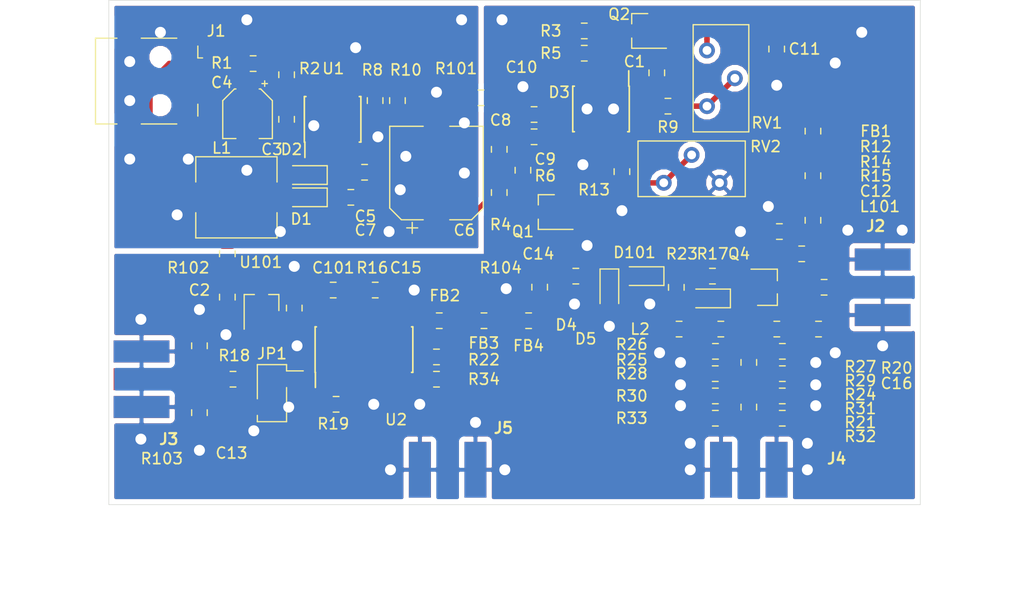
<source format=kicad_pcb>
(kicad_pcb (version 20171130) (host pcbnew 6.0.0-rc1-unknown-d607c48~66~ubuntu18.04.1)
  (layers (0 F.Cu signal) (31 B.Cu signal) (34 B.Paste user) (35 F.Paste user) (36 B.SilkS user) (37 F.SilkS user) (38 B.Mask user) (39 F.Mask user) (44 Edge.Cuts user))
  (net 0 "")
  (net 1 "Net-(C1-Pad2)")
  (net 2 "Net-(C1-Pad1)")
  (net 3 GNDA)
  (net 4 "Net-(C2-Pad1)")
  (net 5 "Net-(C5-Pad1)")
  (net 6 "Net-(C6-Pad1)")
  (net 7 "Net-(C8-Pad1)")
  (net 8 "Net-(C9-Pad1)")
  (net 9 "Net-(C10-Pad1)")
  (net 10 "Net-(C11-Pad1)")
  (net 11 "Net-(C12-Pad2)")
  (net 12 "Net-(C12-Pad1)")
  (net 13 "Net-(C13-Pad2)")
  (net 14 "Net-(C13-Pad1)")
  (net 15 "Net-(C14-Pad2)")
  (net 16 "Net-(C14-Pad1)")
  (net 17 "Net-(C15-Pad1)")
  (net 18 "Net-(C16-Pad2)")
  (net 19 "Net-(D1-Pad2)")
  (net 20 "Net-(D5-Pad1)")
  (net 21 "Net-(FB1-Pad1)")
  (net 22 "Net-(FB2-Pad2)")
  (net 23 "Net-(FB2-Pad1)")
  (net 24 "Net-(FB3-Pad1)")
  (net 25 "Net-(J1-Pad4)")
  (net 26 "Net-(J1-Pad3)")
  (net 27 "Net-(J1-Pad2)")
  (net 28 "Net-(J4-Pad1)")
  (net 29 "Net-(J5-Pad1)")
  (net 30 "Net-(L1-Pad1)")
  (net 31 "Net-(L2-Pad1)")
  (net 32 "Net-(Q2-Pad3)")
  (net 33 "Net-(Q4-Pad2)")
  (net 34 "Net-(R2-Pad1)")
  (net 35 "Net-(R10-Pad1)")
  (net 36 "Net-(R9-Pad2)")
  (net 37 "Net-(R12-Pad1)")
  (net 38 "Net-(R13-Pad1)")
  (net 39 "Net-(R16-Pad2)")
  (net 40 "Net-(R19-Pad2)")
  (net 41 "Net-(R20-Pad2)")
  (net 42 "Net-(R22-Pad2)")
  (net 43 "Net-(U2-Pad10)")
  (net 44 "Net-(U2-Pad4)")
  (net 45 GNDPWR)
  (net 46 "Net-(J2-Pad1)")
  (net 47 "Net-(D101-Pad1)")
  (net 48 "Net-(FB4-Pad1)")
  (net 49 /5V)
  (net 50 "Net-(C101-Pad1)")
  (module Potentiometer_THT:Potentiometer_Bourns_3296Y_Vertical (layer F.Cu) (at 81.915 68.453 180)
    (fp_text reference RV2 (at -9.271 3.302) (layer F.SilkS))
    (fp_text value 500)
    (pad 3 thru_hole circle (at -5.08 0 180) (size 1.44 1.44) (drill 0.8) (layers *.Cu *.Mask) (net 3 GNDA))
    (pad 2 thru_hole circle (at -2.54 2.54 180) (size 1.44 1.44) (drill 0.8) (layers *.Cu *.Mask) (net 38 "Net-(R13-Pad1)"))
    (pad 1 thru_hole circle (at 0 0 180) (size 1.44 1.44) (drill 0.8) (layers *.Cu *.Mask) (net 38 "Net-(R13-Pad1)"))
  )
  (module Potentiometer_THT:Potentiometer_Bourns_3296Y_Vertical (layer F.Cu) (at 85.852 56.388 90)
    (fp_text reference RV1 (at -6.604 5.461 180) (layer F.SilkS))
    (fp_text value 50k)
    (pad 3 thru_hole circle (at -5.08 0 90) (size 1.44 1.44) (drill 0.8) (layers *.Cu *.Mask) (net 36 "Net-(R9-Pad2)"))
    (pad 2 thru_hole circle (at -2.54 2.54 90) (size 1.44 1.44) (drill 0.8) (layers *.Cu *.Mask) (net 36 "Net-(R9-Pad2)"))
    (pad 1 thru_hole circle (at 0 0 90) (size 1.44 1.44) (drill 0.8) (layers *.Cu *.Mask) (net 10 "Net-(C11-Pad1)"))
  )
  (module Package_TO_SOT_SMD:SOT-23_Handsoldering (layer F.Cu) (at 45.278 79.399 90)
    (fp_text reference U101 (at 3.707 -0.066 180) (layer F.SilkS))
    (fp_text value XC6206-3.3)
    (pad 3 smd rect (at 1.5 0 90) (size 1.9 0.8) (layers F.Cu F.Paste F.Mask) (net 4 "Net-(C2-Pad1)"))
    (pad 2 smd rect (at -1.5 0.95 90) (size 1.9 0.8) (layers F.Cu F.Paste F.Mask) (net 50 "Net-(C101-Pad1)"))
    (pad 1 smd rect (at -1.5 -0.95 90) (size 1.9 0.8) (layers F.Cu F.Paste F.Mask) (net 3 GNDA))
  )
  (module Capacitor_SMD:C_0805_2012Metric_Pad1.15x1.40mm_HandSolder (layer F.Cu) (at 48.26 79.874 90)
    (fp_text reference C101 (at 3.674 3.556 180) (layer F.SilkS))
    (fp_text value 1u)
    (pad 2 smd roundrect (at 1.025 0 90) (size 1.15 1.4) (layers F.Cu F.Paste F.Mask) (roundrect_rratio 0.217391) (net 3 GNDA))
    (pad 1 smd roundrect (at -1.025 0 90) (size 1.15 1.4) (layers F.Cu F.Paste F.Mask) (roundrect_rratio 0.217391) (net 50 "Net-(C101-Pad1)"))
  )
  (module Resistor_SMD:R_0805_2012Metric_Pad1.15x1.40mm_HandSolder (layer F.Cu) (at 70.612 77.969 90)
    (fp_text reference R104 (at 1.769 -3.556 180) (layer F.SilkS))
    (fp_text value 22)
    (pad 2 smd roundrect (at 1.025 0 90) (size 1.15 1.4) (layers F.Cu F.Paste F.Mask) (roundrect_rratio 0.217391) (net 15 "Net-(C14-Pad2)"))
    (pad 1 smd roundrect (at -1.025 0 90) (size 1.15 1.4) (layers F.Cu F.Paste F.Mask) (roundrect_rratio 0.217391) (net 48 "Net-(FB4-Pad1)"))
  )
  (module Diode_SMD:D_SOD-323_HandSoldering (layer F.Cu) (at 80.03 76.962 180)
    (fp_text reference D101 (at 0.782 2.159 180) (layer F.SilkS))
    (fp_text value 1N4148WS)
    (pad 2 smd rect (at 1.25 0 180) (size 1 1) (layers F.Cu F.Paste F.Mask) (net 16 "Net-(C14-Pad1)"))
    (pad 1 smd rect (at -1.25 0 180) (size 1 1) (layers F.Cu F.Paste F.Mask) (net 47 "Net-(D101-Pad1)"))
  )
  (module Inductor_SMD:L_0805_2012Metric_Pad1.15x1.40mm_HandSolder (layer F.Cu) (at 96.52 77.978 180)
    (fp_text reference L101 (at -5.08 7.366) (layer F.SilkS))
    (fp_text value 6n8)
    (pad 2 smd roundrect (at 1.025 0 180) (size 1.15 1.4) (layers F.Cu F.Paste F.Mask) (roundrect_rratio 0.217391) (net 11 "Net-(C12-Pad2)"))
    (pad 1 smd roundrect (at -1.025 0 180) (size 1.15 1.4) (layers F.Cu F.Paste F.Mask) (roundrect_rratio 0.217391) (net 46 "Net-(J2-Pad1)"))
  )
  (module Connector_PinHeader_2.54mm:PinHeader_1x02_P2.54mm_Vertical_SMD_Pin1Right (layer F.Cu) (at 46.228 87.63)
    (fp_text reference JP1 (at 0 -3.6) (layer F.SilkS))
    (fp_text value DISABLE_TRIGGER)
    (pad 1 smd rect (at 1.655 -1.27) (size 2.51 1) (layers F.Cu F.Paste F.Mask) (net 14 "Net-(C13-Pad1)"))
    (pad 2 smd rect (at -1.655 1.27) (size 2.51 1) (layers F.Cu F.Paste F.Mask) (net 3 GNDA))
  )
  (module Resistor_SMD:R_0805_2012Metric_Pad1.15x1.40mm_HandSolder (layer F.Cu) (at 39.624 89.408 90)
    (fp_text reference R103 (at -4.191 -3.429 180) (layer F.SilkS))
    (fp_text value 100)
    (pad 2 smd roundrect (at 1.025 0 90) (size 1.15 1.4) (layers F.Cu F.Paste F.Mask) (roundrect_rratio 0.217391) (net 13 "Net-(C13-Pad2)"))
    (pad 1 smd roundrect (at -1.025 0 90) (size 1.15 1.4) (layers F.Cu F.Paste F.Mask) (roundrect_rratio 0.217391) (net 3 GNDA))
  )
  (module Resistor_SMD:R_0805_2012Metric_Pad1.15x1.40mm_HandSolder (layer F.Cu) (at 42.164 74.93 90)
    (fp_text reference R102 (at -1.27 -3.556 180) (layer F.SilkS))
    (fp_text value 4R7)
    (pad 2 smd roundrect (at 1.025 0 90) (size 1.15 1.4) (layers F.Cu F.Paste F.Mask) (roundrect_rratio 0.217391) (net 49 /5V))
    (pad 1 smd roundrect (at -1.025 0 90) (size 1.15 1.4) (layers F.Cu F.Paste F.Mask) (roundrect_rratio 0.217391) (net 4 "Net-(C2-Pad1)"))
  )
  (module Resistor_SMD:R_0805_2012Metric_Pad1.15x1.40mm_HandSolder (layer F.Cu) (at 65.269 60.706 180)
    (fp_text reference R101 (at 2.277 2.667 180) (layer F.SilkS))
    (fp_text value 2R2)
    (pad 2 smd roundrect (at 1.025 0 180) (size 1.15 1.4) (layers F.Cu F.Paste F.Mask) (roundrect_rratio 0.217391) (net 45 GNDPWR))
    (pad 1 smd roundrect (at -1.025 0 180) (size 1.15 1.4) (layers F.Cu F.Paste F.Mask) (roundrect_rratio 0.217391) (net 3 GNDA))
  )
  (module Inductor_SMD:L_7.3x7.3_H4.5 (layer F.Cu) (at 42.990178 69.7799)
    (fp_text reference L1 (at -1.334178 -4.5019) (layer F.SilkS))
    (fp_text value 220u)
    (pad 2 smd rect (at 3.2 0) (size 1.5 2.2) (layers F.Cu F.Paste F.Mask) (net 19 "Net-(D1-Pad2)"))
    (pad 1 smd rect (at -3.2 0) (size 1.5 2.2) (layers F.Cu F.Paste F.Mask) (net 30 "Net-(L1-Pad1)"))
  )
  (module Package_SO:SOIC-14_3.9x8.7mm_P1.27mm (layer F.Cu) (at 54.61 83.66 90)
    (fp_text reference U2 (at -6.383 2.921) (layer F.SilkS))
    (fp_text value 74LVC04)
    (pad 14 smd rect (at 2.7 -3.81 90) (size 1.5 0.6) (layers F.Cu F.Paste F.Mask) (net 50 "Net-(C101-Pad1)"))
    (pad 13 smd rect (at 2.7 -2.54 90) (size 1.5 0.6) (layers F.Cu F.Paste F.Mask) (net 42 "Net-(R22-Pad2)"))
    (pad 12 smd rect (at 2.7 -1.27 90) (size 1.5 0.6) (layers F.Cu F.Paste F.Mask) (net 39 "Net-(R16-Pad2)"))
    (pad 11 smd rect (at 2.7 0 90) (size 1.5 0.6) (layers F.Cu F.Paste F.Mask) (net 17 "Net-(C15-Pad1)"))
    (pad 10 smd rect (at 2.7 1.27 90) (size 1.5 0.6) (layers F.Cu F.Paste F.Mask) (net 43 "Net-(U2-Pad10)"))
    (pad 9 smd rect (at 2.7 2.54 90) (size 1.5 0.6) (layers F.Cu F.Paste F.Mask) (net 43 "Net-(U2-Pad10)"))
    (pad 8 smd rect (at 2.7 3.81 90) (size 1.5 0.6) (layers F.Cu F.Paste F.Mask) (net 22 "Net-(FB2-Pad2)"))
    (pad 7 smd rect (at -2.7 3.81 90) (size 1.5 0.6) (layers F.Cu F.Paste F.Mask) (net 3 GNDA))
    (pad 6 smd rect (at -2.7 2.54 90) (size 1.5 0.6) (layers F.Cu F.Paste F.Mask) (net 42 "Net-(R22-Pad2)"))
    (pad 5 smd rect (at -2.7 1.27 90) (size 1.5 0.6) (layers F.Cu F.Paste F.Mask) (net 44 "Net-(U2-Pad4)"))
    (pad 4 smd rect (at -2.7 0 90) (size 1.5 0.6) (layers F.Cu F.Paste F.Mask) (net 44 "Net-(U2-Pad4)"))
    (pad 3 smd rect (at -2.7 -1.27 90) (size 1.5 0.6) (layers F.Cu F.Paste F.Mask) (net 40 "Net-(R19-Pad2)"))
    (pad 2 smd rect (at -2.7 -2.54 90) (size 1.5 0.6) (layers F.Cu F.Paste F.Mask) (net 40 "Net-(R19-Pad2)"))
    (pad 1 smd rect (at -2.7 -3.81 90) (size 1.5 0.6) (layers F.Cu F.Paste F.Mask) (net 14 "Net-(C13-Pad1)"))
  )
  (module Package_SO:SOIC-8_3.9x4.9mm_P1.27mm (layer F.Cu) (at 51.753178 62.6679 90)
    (fp_text reference U1 (at 4.6289 0.062822 180) (layer F.SilkS))
    (fp_text value MC34063AD)
    (pad 8 smd rect (at 2.7 -1.905 90) (size 1.55 0.6) (layers F.Cu F.Paste F.Mask) (net 34 "Net-(R2-Pad1)"))
    (pad 7 smd rect (at 2.7 -0.635 90) (size 1.55 0.6) (layers F.Cu F.Paste F.Mask) (net 30 "Net-(L1-Pad1)"))
    (pad 6 smd rect (at 2.7 0.635 90) (size 1.55 0.6) (layers F.Cu F.Paste F.Mask) (net 49 /5V))
    (pad 5 smd rect (at 2.7 1.905 90) (size 1.55 0.6) (layers F.Cu F.Paste F.Mask) (net 35 "Net-(R10-Pad1)"))
    (pad 4 smd rect (at -2.7 1.905 90) (size 1.55 0.6) (layers F.Cu F.Paste F.Mask) (net 45 GNDPWR))
    (pad 3 smd rect (at -2.7 0.635 90) (size 1.55 0.6) (layers F.Cu F.Paste F.Mask) (net 5 "Net-(C5-Pad1)"))
    (pad 2 smd rect (at -2.7 -0.635 90) (size 1.55 0.6) (layers F.Cu F.Paste F.Mask) (net 45 GNDPWR))
    (pad 1 smd rect (at -2.7 -1.905 90) (size 1.55 0.6) (layers F.Cu F.Paste F.Mask) (net 19 "Net-(D1-Pad2)"))
  )
  (module Resistor_SMD:R_0805_2012Metric_Pad1.15x1.40mm_HandSolder (layer F.Cu) (at 61.214 86.36)
    (fp_text reference R34 (at 4.318 0) (layer F.SilkS))
    (fp_text value 51)
    (pad 2 smd roundrect (at 1.025 0) (size 1.15 1.4) (layers F.Cu F.Paste F.Mask) (roundrect_rratio 0.217391) (net 29 "Net-(J5-Pad1)"))
    (pad 1 smd roundrect (at -1.025 0) (size 1.15 1.4) (layers F.Cu F.Paste F.Mask) (roundrect_rratio 0.217391) (net 3 GNDA))
  )
  (module Resistor_SMD:R_0805_2012Metric_Pad1.15x1.40mm_HandSolder (layer F.Cu) (at 86.614 89.916 180)
    (fp_text reference R33 (at 7.62 0 180) (layer F.SilkS))
    (fp_text value 240)
    (pad 2 smd roundrect (at 1.025 0 180) (size 1.15 1.4) (layers F.Cu F.Paste F.Mask) (roundrect_rratio 0.217391) (net 3 GNDA))
    (pad 1 smd roundrect (at -1.025 0 180) (size 1.15 1.4) (layers F.Cu F.Paste F.Mask) (roundrect_rratio 0.217391) (net 28 "Net-(J4-Pad1)"))
  )
  (module Resistor_SMD:R_0805_2012Metric_Pad1.15x1.40mm_HandSolder (layer F.Cu) (at 92.71 89.916)
    (fp_text reference R32 (at 7.112 1.651) (layer F.SilkS))
    (fp_text value 240)
    (pad 2 smd roundrect (at 1.025 0) (size 1.15 1.4) (layers F.Cu F.Paste F.Mask) (roundrect_rratio 0.217391) (net 3 GNDA))
    (pad 1 smd roundrect (at -1.025 0) (size 1.15 1.4) (layers F.Cu F.Paste F.Mask) (roundrect_rratio 0.217391) (net 28 "Net-(J4-Pad1)"))
  )
  (module Resistor_SMD:R_0805_2012Metric_Pad1.15x1.40mm_HandSolder (layer F.Cu) (at 92.71 87.884)
    (fp_text reference R31 (at 7.112 1.143) (layer F.SilkS))
    (fp_text value 220)
    (pad 2 smd roundrect (at 1.025 0) (size 1.15 1.4) (layers F.Cu F.Paste F.Mask) (roundrect_rratio 0.217391) (net 3 GNDA))
    (pad 1 smd roundrect (at -1.025 0) (size 1.15 1.4) (layers F.Cu F.Paste F.Mask) (roundrect_rratio 0.217391) (net 41 "Net-(R20-Pad2)"))
  )
  (module Resistor_SMD:R_0805_2012Metric_Pad1.15x1.40mm_HandSolder (layer F.Cu) (at 86.614 87.884 180)
    (fp_text reference R30 (at 7.62 0 180) (layer F.SilkS))
    (fp_text value 220)
    (pad 2 smd roundrect (at 1.025 0 180) (size 1.15 1.4) (layers F.Cu F.Paste F.Mask) (roundrect_rratio 0.217391) (net 3 GNDA))
    (pad 1 smd roundrect (at -1.025 0 180) (size 1.15 1.4) (layers F.Cu F.Paste F.Mask) (roundrect_rratio 0.217391) (net 41 "Net-(R20-Pad2)"))
  )
  (module Resistor_SMD:R_0805_2012Metric_Pad1.15x1.40mm_HandSolder (layer F.Cu) (at 92.719 85.852)
    (fp_text reference R29 (at 7.103 0.635) (layer F.SilkS))
    (fp_text value 470)
    (pad 2 smd roundrect (at 1.025 0) (size 1.15 1.4) (layers F.Cu F.Paste F.Mask) (roundrect_rratio 0.217391) (net 3 GNDA))
    (pad 1 smd roundrect (at -1.025 0) (size 1.15 1.4) (layers F.Cu F.Paste F.Mask) (roundrect_rratio 0.217391) (net 41 "Net-(R20-Pad2)"))
  )
  (module Resistor_SMD:R_0805_2012Metric_Pad1.15x1.40mm_HandSolder (layer F.Cu) (at 86.605 85.852 180)
    (fp_text reference R28 (at 7.611 0 180) (layer F.SilkS))
    (fp_text value 470)
    (pad 2 smd roundrect (at 1.025 0 180) (size 1.15 1.4) (layers F.Cu F.Paste F.Mask) (roundrect_rratio 0.217391) (net 3 GNDA))
    (pad 1 smd roundrect (at -1.025 0 180) (size 1.15 1.4) (layers F.Cu F.Paste F.Mask) (roundrect_rratio 0.217391) (net 41 "Net-(R20-Pad2)"))
  )
  (module Resistor_SMD:R_0805_2012Metric_Pad1.15x1.40mm_HandSolder (layer F.Cu) (at 92.211 81.788 180)
    (fp_text reference R27 (at -7.611 -3.429 180) (layer F.SilkS))
    (fp_text value 100)
    (pad 2 smd roundrect (at 1.025 0 180) (size 1.15 1.4) (layers F.Cu F.Paste F.Mask) (roundrect_rratio 0.217391) (net 33 "Net-(Q4-Pad2)"))
    (pad 1 smd roundrect (at -1.025 0 180) (size 1.15 1.4) (layers F.Cu F.Paste F.Mask) (roundrect_rratio 0.217391) (net 18 "Net-(C16-Pad2)"))
  )
  (module Resistor_SMD:R_0805_2012Metric_Pad1.15x1.40mm_HandSolder (layer F.Cu) (at 87.113 81.788)
    (fp_text reference R26 (at -8.119 1.397) (layer F.SilkS))
    (fp_text value 15)
    (pad 2 smd roundrect (at 1.025 0) (size 1.15 1.4) (layers F.Cu F.Paste F.Mask) (roundrect_rratio 0.217391) (net 33 "Net-(Q4-Pad2)"))
    (pad 1 smd roundrect (at -1.025 0) (size 1.15 1.4) (layers F.Cu F.Paste F.Mask) (roundrect_rratio 0.217391) (net 31 "Net-(L2-Pad1)"))
  )
  (module Resistor_SMD:R_0805_2012Metric_Pad1.15x1.40mm_HandSolder (layer F.Cu) (at 86.623 83.82)
    (fp_text reference R25 (at -7.629 0.762) (layer F.SilkS))
    (fp_text value 47)
    (pad 2 smd roundrect (at 1.025 0) (size 1.15 1.4) (layers F.Cu F.Paste F.Mask) (roundrect_rratio 0.217391) (net 33 "Net-(Q4-Pad2)"))
    (pad 1 smd roundrect (at -1.025 0) (size 1.15 1.4) (layers F.Cu F.Paste F.Mask) (roundrect_rratio 0.217391) (net 3 GNDA))
  )
  (module Resistor_SMD:R_0805_2012Metric_Pad1.15x1.40mm_HandSolder (layer F.Cu) (at 92.719 83.82 180)
    (fp_text reference R24 (at -7.103 -3.937 180) (layer F.SilkS))
    (fp_text value 47)
    (pad 2 smd roundrect (at 1.025 0 180) (size 1.15 1.4) (layers F.Cu F.Paste F.Mask) (roundrect_rratio 0.217391) (net 33 "Net-(Q4-Pad2)"))
    (pad 1 smd roundrect (at -1.025 0 180) (size 1.15 1.4) (layers F.Cu F.Paste F.Mask) (roundrect_rratio 0.217391) (net 3 GNDA))
  )
  (module Resistor_SMD:R_0805_2012Metric_Pad1.15x1.40mm_HandSolder (layer F.Cu) (at 83.058 77.987 90)
    (fp_text reference R23 (at 3.057 0.508 180) (layer F.SilkS))
    (fp_text value 10k)
    (pad 2 smd roundrect (at 1.025 0 90) (size 1.15 1.4) (layers F.Cu F.Paste F.Mask) (roundrect_rratio 0.217391) (net 47 "Net-(D101-Pad1)"))
    (pad 1 smd roundrect (at -1.025 0 90) (size 1.15 1.4) (layers F.Cu F.Paste F.Mask) (roundrect_rratio 0.217391) (net 3 GNDA))
  )
  (module Resistor_SMD:R_0805_2012Metric_Pad1.15x1.40mm_HandSolder (layer F.Cu) (at 61.214 84.328 180)
    (fp_text reference R22 (at -4.318 -0.254 180) (layer F.SilkS))
    (fp_text value 1k)
    (pad 2 smd roundrect (at 1.025 0 180) (size 1.15 1.4) (layers F.Cu F.Paste F.Mask) (roundrect_rratio 0.217391) (net 42 "Net-(R22-Pad2)"))
    (pad 1 smd roundrect (at -1.025 0 180) (size 1.15 1.4) (layers F.Cu F.Paste F.Mask) (roundrect_rratio 0.217391) (net 29 "Net-(J5-Pad1)"))
  )
  (module Resistor_SMD:R_0805_2012Metric_Pad1.15x1.40mm_HandSolder (layer F.Cu) (at 89.662 88.9 270)
    (fp_text reference R21 (at 1.397 -10.16) (layer F.SilkS))
    (fp_text value 51)
    (pad 2 smd roundrect (at 1.025 0 270) (size 1.15 1.4) (layers F.Cu F.Paste F.Mask) (roundrect_rratio 0.217391) (net 28 "Net-(J4-Pad1)"))
    (pad 1 smd roundrect (at -1.025 0 270) (size 1.15 1.4) (layers F.Cu F.Paste F.Mask) (roundrect_rratio 0.217391) (net 41 "Net-(R20-Pad2)"))
  )
  (module Resistor_SMD:R_0805_2012Metric_Pad1.15x1.40mm_HandSolder (layer F.Cu) (at 89.662 84.827 270)
    (fp_text reference R20 (at 0.517 -13.462) (layer F.SilkS))
    (fp_text value 51)
    (pad 2 smd roundrect (at 1.025 0 270) (size 1.15 1.4) (layers F.Cu F.Paste F.Mask) (roundrect_rratio 0.217391) (net 41 "Net-(R20-Pad2)"))
    (pad 1 smd roundrect (at -1.025 0 270) (size 1.15 1.4) (layers F.Cu F.Paste F.Mask) (roundrect_rratio 0.217391) (net 33 "Net-(Q4-Pad2)"))
  )
  (module Resistor_SMD:R_0805_2012Metric_Pad1.15x1.40mm_HandSolder (layer F.Cu) (at 52.07 88.646)
    (fp_text reference R19 (at -0.254 1.778) (layer F.SilkS))
    (fp_text value 100k)
    (pad 2 smd roundrect (at 1.025 0) (size 1.15 1.4) (layers F.Cu F.Paste F.Mask) (roundrect_rratio 0.217391) (net 40 "Net-(R19-Pad2)"))
    (pad 1 smd roundrect (at -1.025 0) (size 1.15 1.4) (layers F.Cu F.Paste F.Mask) (roundrect_rratio 0.217391) (net 14 "Net-(C13-Pad1)"))
  )
  (module Resistor_SMD:R_0805_2012Metric_Pad1.15x1.40mm_HandSolder (layer F.Cu) (at 39.624 83.312 270)
    (fp_text reference R18 (at 0.889 -3.175) (layer F.SilkS))
    (fp_text value 100)
    (pad 2 smd roundrect (at 1.025 0 270) (size 1.15 1.4) (layers F.Cu F.Paste F.Mask) (roundrect_rratio 0.217391) (net 13 "Net-(C13-Pad2)"))
    (pad 1 smd roundrect (at -1.025 0 270) (size 1.15 1.4) (layers F.Cu F.Paste F.Mask) (roundrect_rratio 0.217391) (net 3 GNDA))
  )
  (module Resistor_SMD:R_0805_2012Metric_Pad1.15x1.40mm_HandSolder (layer F.Cu) (at 86.351 76.962 180)
    (fp_text reference R17 (at -0.009 2.032 180) (layer F.SilkS))
    (fp_text value 510)
    (pad 2 smd roundrect (at 1.025 0 180) (size 1.15 1.4) (layers F.Cu F.Paste F.Mask) (roundrect_rratio 0.217391) (net 47 "Net-(D101-Pad1)"))
    (pad 1 smd roundrect (at -1.025 0 180) (size 1.15 1.4) (layers F.Cu F.Paste F.Mask) (roundrect_rratio 0.217391) (net 20 "Net-(D5-Pad1)"))
  )
  (module Resistor_SMD:R_0805_2012Metric_Pad1.15x1.40mm_HandSolder (layer F.Cu) (at 51.807 78.232 180)
    (fp_text reference R16 (at -3.565 2.032 180) (layer F.SilkS))
    (fp_text value 220)
    (pad 2 smd roundrect (at 1.025 0 180) (size 1.15 1.4) (layers F.Cu F.Paste F.Mask) (roundrect_rratio 0.217391) (net 39 "Net-(R16-Pad2)"))
    (pad 1 smd roundrect (at -1.025 0 180) (size 1.15 1.4) (layers F.Cu F.Paste F.Mask) (roundrect_rratio 0.217391) (net 17 "Net-(C15-Pad1)"))
  )
  (module Resistor_SMD:R_0805_2012Metric_Pad1.15x1.40mm_HandSolder (layer F.Cu) (at 92.447 72.898 180)
    (fp_text reference R15 (at -8.772 5.08 180) (layer F.SilkS))
    (fp_text value 110R)
    (pad 2 smd roundrect (at 1.025 0 180) (size 1.15 1.4) (layers F.Cu F.Paste F.Mask) (roundrect_rratio 0.217391) (net 3 GNDA))
    (pad 1 smd roundrect (at -1.025 0 180) (size 1.15 1.4) (layers F.Cu F.Paste F.Mask) (roundrect_rratio 0.217391) (net 12 "Net-(C12-Pad1)"))
  )
  (module Resistor_SMD:R_0805_2012Metric_Pad1.15x1.40mm_HandSolder (layer F.Cu) (at 95.504 71.873 90)
    (fp_text reference R14 (at 5.325 5.715 180) (layer F.SilkS))
    (fp_text value 100k)
    (pad 2 smd roundrect (at 1.025 0 90) (size 1.15 1.4) (layers F.Cu F.Paste F.Mask) (roundrect_rratio 0.217391) (net 37 "Net-(R12-Pad1)"))
    (pad 1 smd roundrect (at -1.025 0 90) (size 1.15 1.4) (layers F.Cu F.Paste F.Mask) (roundrect_rratio 0.217391) (net 11 "Net-(C12-Pad2)"))
  )
  (module Resistor_SMD:R_0805_2012Metric_Pad1.15x1.40mm_HandSolder (layer F.Cu) (at 78.105 67.437 90)
    (fp_text reference R13 (at -1.651 -2.54 180) (layer F.SilkS))
    (fp_text value 4k3)
    (pad 2 smd roundrect (at 1.025 0 90) (size 1.15 1.4) (layers F.Cu F.Paste F.Mask) (roundrect_rratio 0.217391) (net 2 "Net-(C1-Pad1)"))
    (pad 1 smd roundrect (at -1.025 0 90) (size 1.15 1.4) (layers F.Cu F.Paste F.Mask) (roundrect_rratio 0.217391) (net 38 "Net-(R13-Pad1)"))
  )
  (module Resistor_SMD:R_0805_2012Metric_Pad1.15x1.40mm_HandSolder (layer F.Cu) (at 95.504 67.809 90)
    (fp_text reference R12 (at 2.658 5.715 180) (layer F.SilkS))
    (fp_text value 100k)
    (pad 2 smd roundrect (at 1.025 0 90) (size 1.15 1.4) (layers F.Cu F.Paste F.Mask) (roundrect_rratio 0.217391) (net 21 "Net-(FB1-Pad1)"))
    (pad 1 smd roundrect (at -1.025 0 90) (size 1.15 1.4) (layers F.Cu F.Paste F.Mask) (roundrect_rratio 0.217391) (net 37 "Net-(R12-Pad1)"))
  )
  (module Resistor_SMD:R_0805_2012Metric_Pad1.15x1.40mm_HandSolder (layer F.Cu) (at 57.658 60.96 270)
    (fp_text reference R10 (at -2.794 -0.762) (layer F.SilkS))
    (fp_text value 1k)
    (pad 2 smd roundrect (at 1.025 0 270) (size 1.15 1.4) (layers F.Cu F.Paste F.Mask) (roundrect_rratio 0.217391) (net 45 GNDPWR))
    (pad 1 smd roundrect (at -1.025 0 270) (size 1.15 1.4) (layers F.Cu F.Paste F.Mask) (roundrect_rratio 0.217391) (net 35 "Net-(R10-Pad1)"))
  )
  (module Resistor_SMD:R_0805_2012Metric_Pad1.15x1.40mm_HandSolder (layer F.Cu) (at 82.296 61.468)
    (fp_text reference R9 (at 0 1.905 -180) (layer F.SilkS))
    (fp_text value 6k8)
    (pad 2 smd roundrect (at 1.025 0) (size 1.15 1.4) (layers F.Cu F.Paste F.Mask) (roundrect_rratio 0.217391) (net 36 "Net-(R9-Pad2)"))
    (pad 1 smd roundrect (at -1.025 0) (size 1.15 1.4) (layers F.Cu F.Paste F.Mask) (roundrect_rratio 0.217391) (net 2 "Net-(C1-Pad1)"))
  )
  (module Resistor_SMD:R_0805_2012Metric_Pad1.15x1.40mm_HandSolder (layer F.Cu) (at 55.626 60.96 90)
    (fp_text reference R8 (at 2.794 -0.254 180) (layer F.SilkS))
    (fp_text value 30k)
    (pad 2 smd roundrect (at 1.025 0 90) (size 1.15 1.4) (layers F.Cu F.Paste F.Mask) (roundrect_rratio 0.217391) (net 35 "Net-(R10-Pad1)"))
    (pad 1 smd roundrect (at -1.025 0 90) (size 1.15 1.4) (layers F.Cu F.Paste F.Mask) (roundrect_rratio 0.217391) (net 6 "Net-(C6-Pad1)"))
  )
  (module Resistor_SMD:R_0805_2012Metric_Pad1.15x1.40mm_HandSolder (layer F.Cu) (at 69.088 67.31 270)
    (fp_text reference R6 (at 0.508 -2.032) (layer F.SilkS))
    (fp_text value 100k)
    (pad 2 smd roundrect (at 1.025 0 270) (size 1.15 1.4) (layers F.Cu F.Paste F.Mask) (roundrect_rratio 0.217391) (net 7 "Net-(C8-Pad1)"))
    (pad 1 smd roundrect (at -1.025 0 270) (size 1.15 1.4) (layers F.Cu F.Paste F.Mask) (roundrect_rratio 0.217391) (net 8 "Net-(C9-Pad1)"))
  )
  (module Resistor_SMD:R_0805_2012Metric_Pad1.15x1.40mm_HandSolder (layer F.Cu) (at 74.676 56.642)
    (fp_text reference R5 (at -3.048 0) (layer F.SilkS))
    (fp_text value 10k)
    (pad 2 smd roundrect (at 1.025 0) (size 1.15 1.4) (layers F.Cu F.Paste F.Mask) (roundrect_rratio 0.217391) (net 1 "Net-(C1-Pad2)"))
    (pad 1 smd roundrect (at -1.025 0) (size 1.15 1.4) (layers F.Cu F.Paste F.Mask) (roundrect_rratio 0.217391) (net 9 "Net-(C10-Pad1)"))
  )
  (module Resistor_SMD:R_0805_2012Metric_Pad1.15x1.40mm_HandSolder (layer F.Cu) (at 66.929 69.342 270)
    (fp_text reference R4 (at 2.921 -0.127 180) (layer F.SilkS))
    (fp_text value 100k)
    (pad 2 smd roundrect (at 1.025 0 270) (size 1.15 1.4) (layers F.Cu F.Paste F.Mask) (roundrect_rratio 0.217391) (net 6 "Net-(C6-Pad1)"))
    (pad 1 smd roundrect (at -1.025 0 270) (size 1.15 1.4) (layers F.Cu F.Paste F.Mask) (roundrect_rratio 0.217391) (net 7 "Net-(C8-Pad1)"))
  )
  (module Resistor_SMD:R_0805_2012Metric_Pad1.15x1.40mm_HandSolder (layer F.Cu) (at 74.676 54.61)
    (fp_text reference R3 (at -3.048 0) (layer F.SilkS))
    (fp_text value 1k)
    (pad 2 smd roundrect (at 1.025 0) (size 1.15 1.4) (layers F.Cu F.Paste F.Mask) (roundrect_rratio 0.217391) (net 32 "Net-(Q2-Pad3)"))
    (pad 1 smd roundrect (at -1.025 0) (size 1.15 1.4) (layers F.Cu F.Paste F.Mask) (roundrect_rratio 0.217391) (net 9 "Net-(C10-Pad1)"))
  )
  (module Resistor_SMD:R_0805_2012Metric_Pad1.15x1.40mm_HandSolder (layer F.Cu) (at 47.562178 58.6039 90)
    (fp_text reference R2 (at 0.5649 2.094822 180) (layer F.SilkS))
    (fp_text value 180)
    (pad 2 smd roundrect (at 1.025 0 90) (size 1.15 1.4) (layers F.Cu F.Paste F.Mask) (roundrect_rratio 0.217391) (net 30 "Net-(L1-Pad1)"))
    (pad 1 smd roundrect (at -1.025 0 90) (size 1.15 1.4) (layers F.Cu F.Paste F.Mask) (roundrect_rratio 0.217391) (net 34 "Net-(R2-Pad1)"))
  )
  (module Resistor_SMD:R_0805_2012Metric_Pad1.15x1.40mm_HandSolder (layer F.Cu) (at 44.514178 57.5879 180)
    (fp_text reference R1 (at 2.858178 0.0569) (layer F.SilkS))
    (fp_text value 2R2)
    (pad 2 smd roundrect (at 1.025 0 180) (size 1.15 1.4) (layers F.Cu F.Paste F.Mask) (roundrect_rratio 0.217391) (net 49 /5V))
    (pad 1 smd roundrect (at -1.025 0 180) (size 1.15 1.4) (layers F.Cu F.Paste F.Mask) (roundrect_rratio 0.217391) (net 30 "Net-(L1-Pad1)"))
  )
  (module Package_TO_SOT_SMD:SC-59_Handsoldering (layer F.Cu) (at 91.312 77.978)
    (fp_text reference Q4 (at -2.539 -3.048) (layer F.SilkS))
    (fp_text value 2SC5773)
    (pad 3 smd rect (at 1.65 0) (size 1.8 0.8) (layers F.Cu F.Paste F.Mask) (net 11 "Net-(C12-Pad2)"))
    (pad 2 smd rect (at -1.65 0.95) (size 1.8 0.8) (layers F.Cu F.Paste F.Mask) (net 33 "Net-(Q4-Pad2)"))
    (pad 1 smd rect (at -1.65 -0.95) (size 1.8 0.8) (layers F.Cu F.Paste F.Mask) (net 20 "Net-(D5-Pad1)"))
  )
  (module Package_TO_SOT_SMD:SOT-23_Handsoldering (layer F.Cu) (at 79.756 54.61 180)
    (fp_text reference Q2 (at 1.905 1.524 180) (layer F.SilkS))
    (fp_text value BC817)
    (pad 3 smd rect (at 1.5 0 180) (size 1.9 0.8) (layers F.Cu F.Paste F.Mask) (net 32 "Net-(Q2-Pad3)"))
    (pad 2 smd rect (at -1.5 0.95 180) (size 1.9 0.8) (layers F.Cu F.Paste F.Mask) (net 10 "Net-(C11-Pad1)"))
    (pad 1 smd rect (at -1.5 -0.95 180) (size 1.9 0.8) (layers F.Cu F.Paste F.Mask) (net 1 "Net-(C1-Pad2)"))
  )
  (module Package_TO_SOT_SMD:SOT-23_Handsoldering (layer F.Cu) (at 71.247 71.12 180)
    (fp_text reference Q1 (at 2.159 -1.778 180) (layer F.SilkS))
    (fp_text value 2N7002)
    (pad 3 smd rect (at 1.5 0 180) (size 1.9 0.8) (layers F.Cu F.Paste F.Mask) (net 6 "Net-(C6-Pad1)"))
    (pad 2 smd rect (at -1.5 0.95 180) (size 1.9 0.8) (layers F.Cu F.Paste F.Mask) (net 9 "Net-(C10-Pad1)"))
    (pad 1 smd rect (at -1.5 -0.95 180) (size 1.9 0.8) (layers F.Cu F.Paste F.Mask) (net 8 "Net-(C9-Pad1)"))
  )
  (module Inductor_SMD:L_0805_2012Metric_Pad1.15x1.40mm_HandSolder (layer F.Cu) (at 83.312 81.788 180)
    (fp_text reference L2 (at 3.556 0 180) (layer F.SilkS))
    (fp_text value 10n)
    (pad 2 smd roundrect (at 1.025 0 180) (size 1.15 1.4) (layers F.Cu F.Paste F.Mask) (roundrect_rratio 0.217391) (net 3 GNDA))
    (pad 1 smd roundrect (at -1.025 0 180) (size 1.15 1.4) (layers F.Cu F.Paste F.Mask) (roundrect_rratio 0.217391) (net 31 "Net-(L2-Pad1)"))
  )
  (module petr_kicad:Molex_SMA_Jack_Edge_Mount_Chinese (layer F.Cu) (at 62.23 92.895 90)
    (fp_text reference J5 (at 2.09 5.08 180) (layer F.SilkS) (effects (font (thickness 0.2))))
    (fp_text value SYNC_OUT)
    (pad 1 smd rect (at -1.72 0 90) (size 5.08 2) (layers F.Cu F.Paste F.Mask) (net 29 "Net-(J5-Pad1)"))
    (pad 2 smd rect (at -1.72 -2.53 90) (size 5.08 2) (layers F.Cu F.Paste F.Mask) (net 3 GNDA))
    (pad 2 smd rect (at -1.72 2.53 90) (size 5.08 2) (layers F.Cu F.Paste F.Mask) (net 3 GNDA))
    (pad 2 smd rect (at -1.72 -2.53 90) (size 5.08 2) (layers B.Cu B.Paste B.Mask) (net 3 GNDA))
    (pad 2 smd rect (at -1.72 2.53 90) (size 5.08 2) (layers B.Cu B.Paste B.Mask) (net 3 GNDA))
  )
  (module petr_kicad:Molex_SMA_Jack_Edge_Mount_Chinese (layer F.Cu) (at 89.662 92.895 90)
    (fp_text reference J4 (at -0.704 8.001 180) (layer F.SilkS) (effects (font (thickness 0.2))))
    (fp_text value PULSE_OUT)
    (pad 1 smd rect (at -1.72 0 90) (size 5.08 2) (layers F.Cu F.Paste F.Mask) (net 28 "Net-(J4-Pad1)"))
    (pad 2 smd rect (at -1.72 -2.53 90) (size 5.08 2) (layers F.Cu F.Paste F.Mask) (net 3 GNDA))
    (pad 2 smd rect (at -1.72 2.53 90) (size 5.08 2) (layers F.Cu F.Paste F.Mask) (net 3 GNDA))
    (pad 2 smd rect (at -1.72 -2.53 90) (size 5.08 2) (layers B.Cu B.Paste B.Mask) (net 3 GNDA))
    (pad 2 smd rect (at -1.72 2.53 90) (size 5.08 2) (layers B.Cu B.Paste B.Mask) (net 3 GNDA))
  )
  (module petr_kicad:Molex_SMA_Jack_Edge_Mount_Chinese (layer F.Cu) (at 36.068 86.36)
    (fp_text reference J3 (at 0.762 5.461) (layer F.SilkS) (effects (font (thickness 0.2))))
    (fp_text value SYNC_IN)
    (pad 1 smd rect (at -1.72 0) (size 5.08 2) (layers F.Cu F.Paste F.Mask) (net 13 "Net-(C13-Pad2)"))
    (pad 2 smd rect (at -1.72 -2.53) (size 5.08 2) (layers F.Cu F.Paste F.Mask) (net 3 GNDA))
    (pad 2 smd rect (at -1.72 2.53) (size 5.08 2) (layers F.Cu F.Paste F.Mask) (net 3 GNDA))
    (pad 2 smd rect (at -1.72 -2.53) (size 5.08 2) (layers B.Cu B.Paste B.Mask) (net 3 GNDA))
    (pad 2 smd rect (at -1.72 2.53) (size 5.08 2) (layers B.Cu B.Paste B.Mask) (net 3 GNDA))
  )
  (module petr_kicad:Molex_SMA_Jack_Edge_Mount_Chinese (layer F.Cu) (at 100.134 77.978 180)
    (fp_text reference J2 (at -1.085 5.588 180) (layer F.SilkS) (effects (font (thickness 0.2))))
    (fp_text value STORAGE_COAX)
    (pad 1 smd rect (at -1.72 0 180) (size 5.08 2) (layers F.Cu F.Paste F.Mask) (net 46 "Net-(J2-Pad1)"))
    (pad 2 smd rect (at -1.72 -2.53 180) (size 5.08 2) (layers F.Cu F.Paste F.Mask) (net 3 GNDA))
    (pad 2 smd rect (at -1.72 2.53 180) (size 5.08 2) (layers F.Cu F.Paste F.Mask) (net 3 GNDA))
    (pad 2 smd rect (at -1.72 -2.53 180) (size 5.08 2) (layers B.Cu B.Paste B.Mask) (net 3 GNDA))
    (pad 2 smd rect (at -1.72 2.53 180) (size 5.08 2) (layers B.Cu B.Paste B.Mask) (net 3 GNDA))
  )
  (module Connector_USB:USB_Mini-B_Lumberg_2486_01_Horizontal (layer F.Cu) (at 36.068 59.182 270)
    (fp_text reference J1 (at -4.572 -5.08) (layer F.SilkS))
    (fp_text value USB_B_Mini)
    (pad "" np_thru_hole circle (at 2.2 0 270) (size 1 1) (drill 1) (layers *.Cu *.Mask))
    (pad "" np_thru_hole circle (at -2.2 0 270) (size 1 1) (drill 1) (layers *.Cu *.Mask))
    (pad 6 smd rect (at 4.45 2.85 270) (size 2 1.7) (layers F.Cu F.Paste F.Mask) (net 45 GNDPWR))
    (pad 6 smd rect (at 4.45 -2.6 270) (size 2 1.7) (layers F.Cu F.Paste F.Mask) (net 45 GNDPWR))
    (pad 6 smd rect (at -4.45 2.85 270) (size 2 1.7) (layers F.Cu F.Paste F.Mask) (net 45 GNDPWR))
    (pad 6 smd rect (at -4.45 -2.6 270) (size 2 1.7) (layers F.Cu F.Paste F.Mask) (net 45 GNDPWR))
    (pad 5 smd rect (at 1.6 -2.7 270) (size 0.5 2) (layers F.Cu F.Paste F.Mask) (net 45 GNDPWR))
    (pad 4 smd rect (at 0.8 -2.7 270) (size 0.5 2) (layers F.Cu F.Paste F.Mask) (net 25 "Net-(J1-Pad4)"))
    (pad 3 smd rect (at 0 -2.7 270) (size 0.5 2) (layers F.Cu F.Paste F.Mask) (net 26 "Net-(J1-Pad3)"))
    (pad 2 smd rect (at -0.8 -2.7 270) (size 0.5 2) (layers F.Cu F.Paste F.Mask) (net 27 "Net-(J1-Pad2)"))
    (pad 1 smd rect (at -1.6 -2.7 270) (size 0.5 2) (layers F.Cu F.Paste F.Mask) (net 49 /5V))
  )
  (module Inductor_SMD:L_0805_2012Metric_Pad1.15x1.40mm_HandSolder (layer F.Cu) (at 69.605 81.026 180)
    (fp_text reference FB4 (at 0.009 -2.286 180) (layer F.SilkS))
    (fp_text value 220R)
    (pad 2 smd roundrect (at 1.025 0 180) (size 1.15 1.4) (layers F.Cu F.Paste F.Mask) (roundrect_rratio 0.217391) (net 24 "Net-(FB3-Pad1)"))
    (pad 1 smd roundrect (at -1.025 0 180) (size 1.15 1.4) (layers F.Cu F.Paste F.Mask) (roundrect_rratio 0.217391) (net 48 "Net-(FB4-Pad1)"))
  )
  (module Inductor_SMD:L_0805_2012Metric_Pad1.15x1.40mm_HandSolder (layer F.Cu) (at 65.541 81.026 180)
    (fp_text reference FB3 (at 0.009 -2.032) (layer F.SilkS))
    (fp_text value 220R)
    (pad 2 smd roundrect (at 1.025 0 180) (size 1.15 1.4) (layers F.Cu F.Paste F.Mask) (roundrect_rratio 0.217391) (net 23 "Net-(FB2-Pad1)"))
    (pad 1 smd roundrect (at -1.025 0 180) (size 1.15 1.4) (layers F.Cu F.Paste F.Mask) (roundrect_rratio 0.217391) (net 24 "Net-(FB3-Pad1)"))
  )
  (module Inductor_SMD:L_0805_2012Metric_Pad1.15x1.40mm_HandSolder (layer F.Cu) (at 61.468 81.026 180)
    (fp_text reference FB2 (at -0.508 2.286 180) (layer F.SilkS))
    (fp_text value 220R)
    (pad 2 smd roundrect (at 1.025 0 180) (size 1.15 1.4) (layers F.Cu F.Paste F.Mask) (roundrect_rratio 0.217391) (net 22 "Net-(FB2-Pad2)"))
    (pad 1 smd roundrect (at -1.025 0 180) (size 1.15 1.4) (layers F.Cu F.Paste F.Mask) (roundrect_rratio 0.217391) (net 23 "Net-(FB2-Pad1)"))
  )
  (module Inductor_SMD:L_0805_2012Metric_Pad1.15x1.40mm_HandSolder (layer F.Cu) (at 95.504 63.745 90)
    (fp_text reference FB1 (at -0.009 5.715 180) (layer F.SilkS))
    (fp_text value 220R)
    (pad 2 smd roundrect (at 1.025 0 90) (size 1.15 1.4) (layers F.Cu F.Paste F.Mask) (roundrect_rratio 0.217391) (net 10 "Net-(C11-Pad1)"))
    (pad 1 smd roundrect (at -1.025 0 90) (size 1.15 1.4) (layers F.Cu F.Paste F.Mask) (roundrect_rratio 0.217391) (net 21 "Net-(FB1-Pad1)"))
  )
  (module Diode_SMD:D_SOD-323_HandSoldering (layer F.Cu) (at 86.086 78.994 180)
    (fp_text reference D5 (at 11.283 -3.683 180) (layer F.SilkS))
    (fp_text value 1N4148WS)
    (pad 2 smd rect (at 1.25 0 180) (size 1 1) (layers F.Cu F.Paste F.Mask) (net 3 GNDA))
    (pad 1 smd rect (at -1.25 0 180) (size 1 1) (layers F.Cu F.Paste F.Mask) (net 20 "Net-(D5-Pad1)"))
  )
  (module Diode_SMD:D_SOD-323_HandSoldering (layer F.Cu) (at 76.962 78.212 270)
    (fp_text reference D4 (at 3.195 3.937) (layer F.SilkS))
    (fp_text value 1N4148WS)
    (pad 2 smd rect (at 1.25 0 270) (size 1 1) (layers F.Cu F.Paste F.Mask) (net 3 GNDA))
    (pad 1 smd rect (at -1.25 0 270) (size 1 1) (layers F.Cu F.Paste F.Mask) (net 16 "Net-(C14-Pad1)"))
  )
  (module Package_SO:SOIC-8_3.9x4.9mm_P1.27mm (layer F.Cu) (at 76.2 61.722 270)
    (fp_text reference D3 (at -1.524 3.81) (layer F.SilkS))
    (fp_text value TL431D)
    (pad 8 smd rect (at 2.7 -1.905 270) (size 1.55 0.6) (layers F.Cu F.Paste F.Mask) (net 2 "Net-(C1-Pad1)"))
    (pad 7 smd rect (at 2.7 -0.635 270) (size 1.55 0.6) (layers F.Cu F.Paste F.Mask) (net 3 GNDA))
    (pad 6 smd rect (at 2.7 0.635 270) (size 1.55 0.6) (layers F.Cu F.Paste F.Mask) (net 3 GNDA))
    (pad 5 smd rect (at 2.7 1.905 270) (size 1.55 0.6) (layers F.Cu F.Paste F.Mask))
    (pad 4 smd rect (at -2.7 1.905 270) (size 1.55 0.6) (layers F.Cu F.Paste F.Mask))
    (pad 3 smd rect (at -2.7 0.635 270) (size 1.55 0.6) (layers F.Cu F.Paste F.Mask) (net 3 GNDA))
    (pad 2 smd rect (at -2.7 -0.635 270) (size 1.55 0.6) (layers F.Cu F.Paste F.Mask) (net 3 GNDA))
    (pad 1 smd rect (at -2.7 -1.905 270) (size 1.55 0.6) (layers F.Cu F.Paste F.Mask) (net 1 "Net-(C1-Pad2)"))
  )
  (module Diode_SMD:D_SOD-323_HandSoldering (layer F.Cu) (at 49.360178 67.7479 180)
    (fp_text reference D2 (at 1.354178 2.3429 180) (layer F.SilkS))
    (fp_text value 1N4148WS)
    (pad 2 smd rect (at 1.25 0 180) (size 1 1) (layers F.Cu F.Paste F.Mask) (net 19 "Net-(D1-Pad2)"))
    (pad 1 smd rect (at -1.25 0 180) (size 1 1) (layers F.Cu F.Paste F.Mask) (net 6 "Net-(C6-Pad1)"))
  )
  (module Diode_SMD:D_SOD-323_HandSoldering (layer F.Cu) (at 49.360178 69.7799 180)
    (fp_text reference D1 (at 0.465178 -1.9751 180) (layer F.SilkS))
    (fp_text value 1N4148WS)
    (pad 2 smd rect (at 1.25 0 180) (size 1 1) (layers F.Cu F.Paste F.Mask) (net 19 "Net-(D1-Pad2)"))
    (pad 1 smd rect (at -1.25 0 180) (size 1 1) (layers F.Cu F.Paste F.Mask) (net 6 "Net-(C6-Pad1)"))
  )
  (module Capacitor_SMD:C_0805_2012Metric_Pad1.15x1.40mm_HandSolder (layer F.Cu) (at 96.012 81.788 180)
    (fp_text reference C16 (at -7.112 -4.953 180) (layer F.SilkS))
    (fp_text value 3p3)
    (pad 2 smd roundrect (at 1.025 0 180) (size 1.15 1.4) (layers F.Cu F.Paste F.Mask) (roundrect_rratio 0.217391) (net 18 "Net-(C16-Pad2)"))
    (pad 1 smd roundrect (at -1.025 0 180) (size 1.15 1.4) (layers F.Cu F.Paste F.Mask) (roundrect_rratio 0.217391) (net 3 GNDA))
  )
  (module Capacitor_SMD:C_0805_2012Metric_Pad1.15x1.40mm_HandSolder (layer F.Cu) (at 55.635 78.232)
    (fp_text reference C15 (at 2.785 -2.032) (layer F.SilkS))
    (fp_text value 100p)
    (pad 2 smd roundrect (at 1.025 0) (size 1.15 1.4) (layers F.Cu F.Paste F.Mask) (roundrect_rratio 0.217391) (net 3 GNDA))
    (pad 1 smd roundrect (at -1.025 0) (size 1.15 1.4) (layers F.Cu F.Paste F.Mask) (roundrect_rratio 0.217391) (net 17 "Net-(C15-Pad1)"))
  )
  (module Capacitor_SMD:C_0805_2012Metric_Pad1.15x1.40mm_HandSolder (layer F.Cu) (at 73.905 76.962 180)
    (fp_text reference C14 (at 3.42 2.032 180) (layer F.SilkS))
    (fp_text value 6p8)
    (pad 2 smd roundrect (at 1.025 0 180) (size 1.15 1.4) (layers F.Cu F.Paste F.Mask) (roundrect_rratio 0.217391) (net 15 "Net-(C14-Pad2)"))
    (pad 1 smd roundrect (at -1.025 0 180) (size 1.15 1.4) (layers F.Cu F.Paste F.Mask) (roundrect_rratio 0.217391) (net 16 "Net-(C14-Pad1)"))
  )
  (module Capacitor_SMD:C_0805_2012Metric_Pad1.15x1.40mm_HandSolder (layer F.Cu) (at 42.681 86.36 180)
    (fp_text reference C13 (at 0.136 -6.731 180) (layer F.SilkS))
    (fp_text value 1n)
    (pad 2 smd roundrect (at 1.025 0 180) (size 1.15 1.4) (layers F.Cu F.Paste F.Mask) (roundrect_rratio 0.217391) (net 13 "Net-(C13-Pad2)"))
    (pad 1 smd roundrect (at -1.025 0 180) (size 1.15 1.4) (layers F.Cu F.Paste F.Mask) (roundrect_rratio 0.217391) (net 14 "Net-(C13-Pad1)"))
  )
  (module Capacitor_SMD:C_0805_2012Metric_Pad1.15x1.40mm_HandSolder (layer F.Cu) (at 94.479 74.93)
    (fp_text reference C12 (at 6.74 -5.715) (layer F.SilkS))
    (fp_text value 3p9)
    (pad 2 smd roundrect (at 1.025 0) (size 1.15 1.4) (layers F.Cu F.Paste F.Mask) (roundrect_rratio 0.217391) (net 11 "Net-(C12-Pad2)"))
    (pad 1 smd roundrect (at -1.025 0) (size 1.15 1.4) (layers F.Cu F.Paste F.Mask) (roundrect_rratio 0.217391) (net 12 "Net-(C12-Pad1)"))
  )
  (module Capacitor_SMD:C_0805_2012Metric_Pad1.15x1.40mm_HandSolder (layer F.Cu) (at 92.202 56.261 270)
    (fp_text reference C11 (at -0.009 -2.54 180) (layer F.SilkS))
    (fp_text value 100n)
    (pad 2 smd roundrect (at 1.025 0 270) (size 1.15 1.4) (layers F.Cu F.Paste F.Mask) (roundrect_rratio 0.217391) (net 3 GNDA))
    (pad 1 smd roundrect (at -1.025 0 270) (size 1.15 1.4) (layers F.Cu F.Paste F.Mask) (roundrect_rratio 0.217391) (net 10 "Net-(C11-Pad1)"))
  )
  (module Capacitor_SMD:C_0805_2012Metric_Pad1.15x1.40mm_HandSolder (layer F.Cu) (at 70.104 62.23 180)
    (fp_text reference C10 (at 1.143 4.318) (layer F.SilkS))
    (fp_text value 100n/50)
    (pad 2 smd roundrect (at 1.025 0 180) (size 1.15 1.4) (layers F.Cu F.Paste F.Mask) (roundrect_rratio 0.217391) (net 3 GNDA))
    (pad 1 smd roundrect (at -1.025 0 180) (size 1.15 1.4) (layers F.Cu F.Paste F.Mask) (roundrect_rratio 0.217391) (net 9 "Net-(C10-Pad1)"))
  )
  (module Capacitor_SMD:C_0805_2012Metric_Pad1.15x1.40mm_HandSolder (layer F.Cu) (at 70.104 64.262 180)
    (fp_text reference C9 (at -1.016 -2.032 180) (layer F.SilkS))
    (fp_text value 680n/50)
    (pad 2 smd roundrect (at 1.025 0 180) (size 1.15 1.4) (layers F.Cu F.Paste F.Mask) (roundrect_rratio 0.217391) (net 3 GNDA))
    (pad 1 smd roundrect (at -1.025 0 180) (size 1.15 1.4) (layers F.Cu F.Paste F.Mask) (roundrect_rratio 0.217391) (net 8 "Net-(C9-Pad1)"))
  )
  (module Capacitor_SMD:C_0805_2012Metric_Pad1.15x1.40mm_HandSolder (layer F.Cu) (at 66.929 65.405 90)
    (fp_text reference C8 (at 2.667 0.127 180) (layer F.SilkS))
    (fp_text value 680n/50)
    (pad 2 smd roundrect (at 1.025 0 90) (size 1.15 1.4) (layers F.Cu F.Paste F.Mask) (roundrect_rratio 0.217391) (net 3 GNDA))
    (pad 1 smd roundrect (at -1.025 0 90) (size 1.15 1.4) (layers F.Cu F.Paste F.Mask) (roundrect_rratio 0.217391) (net 7 "Net-(C8-Pad1)"))
  )
  (module Capacitor_SMD:C_0805_2012Metric_Pad1.15x1.40mm_HandSolder (layer F.Cu) (at 53.413178 69.7799)
    (fp_text reference C7 (at 1.323822 2.9911 -180) (layer F.SilkS))
    (fp_text value 100n/50)
    (pad 2 smd roundrect (at 1.025 0) (size 1.15 1.4) (layers F.Cu F.Paste F.Mask) (roundrect_rratio 0.217391) (net 45 GNDPWR))
    (pad 1 smd roundrect (at -1.025 0) (size 1.15 1.4) (layers F.Cu F.Paste F.Mask) (roundrect_rratio 0.217391) (net 6 "Net-(C6-Pad1)"))
  )
  (module Capacitor_SMD:CP_Elec_8x6.9 (layer F.Cu) (at 61.214 67.564 90)
    (fp_text reference C6 (at -5.207 2.54 -180) (layer F.SilkS))
    (fp_text value 100u/50)
    (pad 2 smd roundrect (at 3.475 0 90) (size 4.15 1.9) (layers F.Cu F.Paste F.Mask) (roundrect_rratio 0.131579) (net 45 GNDPWR))
    (pad 1 smd roundrect (at -3.475 0 90) (size 4.15 1.9) (layers F.Cu F.Paste F.Mask) (roundrect_rratio 0.131579) (net 6 "Net-(C6-Pad1)"))
  )
  (module Capacitor_SMD:C_0805_2012Metric_Pad1.15x1.40mm_HandSolder (layer F.Cu) (at 54.665178 67.4939)
    (fp_text reference C5 (at 0.071822 4.0071 -180) (layer F.SilkS))
    (fp_text value 680p)
    (pad 2 smd roundrect (at 1.025 0) (size 1.15 1.4) (layers F.Cu F.Paste F.Mask) (roundrect_rratio 0.217391) (net 45 GNDPWR))
    (pad 1 smd roundrect (at -1.025 0) (size 1.15 1.4) (layers F.Cu F.Paste F.Mask) (roundrect_rratio 0.217391) (net 5 "Net-(C5-Pad1)"))
  )
  (module Capacitor_SMD:CP_Elec_4x5.3 (layer F.Cu) (at 44.006178 62.1599 270)
    (fp_text reference C4 (at -2.8509 2.350178 180) (layer F.SilkS))
    (fp_text value 10u)
    (pad 2 smd roundrect (at 1.8 0 270) (size 2.6 1.6) (layers F.Cu F.Paste F.Mask) (roundrect_rratio 0.15625) (net 45 GNDPWR))
    (pad 1 smd roundrect (at -1.8 0 270) (size 2.6 1.6) (layers F.Cu F.Paste F.Mask) (roundrect_rratio 0.15625) (net 49 /5V))
  )
  (module Capacitor_SMD:C_0805_2012Metric_Pad1.15x1.40mm_HandSolder (layer F.Cu) (at 47.562178 62.6679 270)
    (fp_text reference C3 (at 2.7371 1.334178) (layer F.SilkS))
    (fp_text value 100n)
    (pad 2 smd roundrect (at 1.025 0 270) (size 1.15 1.4) (layers F.Cu F.Paste F.Mask) (roundrect_rratio 0.217391) (net 45 GNDPWR))
    (pad 1 smd roundrect (at -1.025 0 270) (size 1.15 1.4) (layers F.Cu F.Paste F.Mask) (roundrect_rratio 0.217391) (net 49 /5V))
  )
  (module Capacitor_SMD:C_0805_2012Metric_Pad1.15x1.40mm_HandSolder (layer F.Cu) (at 42.164 78.876 270)
    (fp_text reference C2 (at -0.644 2.54) (layer F.SilkS))
    (fp_text value 1u)
    (pad 2 smd roundrect (at 1.025 0 270) (size 1.15 1.4) (layers F.Cu F.Paste F.Mask) (roundrect_rratio 0.217391) (net 3 GNDA))
    (pad 1 smd roundrect (at -1.025 0 270) (size 1.15 1.4) (layers F.Cu F.Paste F.Mask) (roundrect_rratio 0.217391) (net 4 "Net-(C2-Pad1)"))
  )
  (module Capacitor_SMD:C_0805_2012Metric_Pad1.15x1.40mm_HandSolder (layer F.Cu) (at 81.28 58.429 90)
    (fp_text reference C1 (at 1.025 -2.032 180) (layer F.SilkS))
    (fp_text value 10n)
    (pad 2 smd roundrect (at 1.025 0 90) (size 1.15 1.4) (layers F.Cu F.Paste F.Mask) (roundrect_rratio 0.217391) (net 1 "Net-(C1-Pad2)"))
    (pad 1 smd roundrect (at -1.025 0 90) (size 1.15 1.4) (layers F.Cu F.Paste F.Mask) (roundrect_rratio 0.217391) (net 2 "Net-(C1-Pad1)"))
  )
  (gr_line (start 105.283 51.816) (end 31.369 51.816) (layer Edge.Cuts) (width 0.05))
  (gr_line (start 105.283 97.79) (end 105.283 51.816) (layer Edge.Cuts) (width 0.05))
  (gr_line (start 31.369 97.79) (end 105.283 97.79) (layer Edge.Cuts) (width 0.05))
  (gr_line (start 31.369 51.816) (end 31.369 97.79) (layer Edge.Cuts) (width 0.05))
  (segment (start 78.994 56.642) (end 80.01 55.626) (width 0.5) (layer F.Cu) (net 1))
  (segment (start 80.01 55.626) (end 81.28 55.626) (width 0.5) (layer F.Cu) (net 1))
  (segment (start 78.105 59.022) (end 78.105 56.642) (width 0.5) (layer F.Cu) (net 1))
  (segment (start 75.701 56.642) (end 78.105 56.642) (width 0.5) (layer F.Cu) (net 1))
  (segment (start 78.105 56.642) (end 78.994 56.642) (width 0.5) (layer F.Cu) (net 1))
  (segment (start 81.28 57.404) (end 81.28 56.729) (width 0.5) (layer F.Cu) (net 1))
  (segment (start 81.28 56.729) (end 81.28 55.626) (width 0.5) (layer F.Cu) (net 1))
  (segment (start 81.28 59.454) (end 81.28 61.468) (width 0.5) (layer F.Cu) (net 2))
  (segment (start 78.105 66.412) (end 78.105 64.389) (width 0.5) (layer F.Cu) (net 2))
  (segment (start 78.105 64.422) (end 79.85 64.422) (width 0.5) (layer F.Cu) (net 2))
  (segment (start 79.85 64.422) (end 81.28 62.992) (width 0.5) (layer F.Cu) (net 2))
  (segment (start 81.28 62.992) (end 81.28 61.468) (width 0.5) (layer F.Cu) (net 2))
  (via (at 77.343 61.722) (size 1.75) (drill 1) (layers F.Cu B.Cu) (net 3))
  (via (at 74.93 61.722) (size 1.75) (drill 1) (layers F.Cu B.Cu) (net 3))
  (via (at 74.549 66.802) (size 1.75) (drill 1) (layers F.Cu B.Cu) (net 3))
  (via (at 78.105 70.993) (size 1.75) (drill 1) (layers F.Cu B.Cu) (net 3))
  (via (at 74.93 74.168) (size 1.75) (drill 1) (layers F.Cu B.Cu) (net 3))
  (via (at 92.202 59.563) (size 1.75) (drill 1) (layers F.Cu B.Cu) (net 3))
  (via (at 99.949 54.737) (size 1.75) (drill 1) (layers F.Cu B.Cu) (net 3))
  (via (at 97.536 57.531) (size 1.75) (drill 1) (layers F.Cu B.Cu) (net 3))
  (via (at 88.9 72.898) (size 1.75) (drill 1) (layers F.Cu B.Cu) (net 3))
  (via (at 91.44 70.612) (size 1.75) (drill 1) (layers F.Cu B.Cu) (net 3))
  (via (at 98.679 72.771) (size 1.75) (drill 1) (layers F.Cu B.Cu) (net 3))
  (via (at 103.632 72.771) (size 1.75) (drill 1) (layers F.Cu B.Cu) (net 3))
  (via (at 101.854 83.312) (size 1.75) (drill 1) (layers F.Cu B.Cu) (net 3))
  (via (at 97.536 83.947) (size 1.75) (drill 1) (layers F.Cu B.Cu) (net 3))
  (via (at 95.758 84.836) (size 1.75) (drill 1) (layers F.Cu B.Cu) (net 3))
  (via (at 95.758 86.868) (size 1.75) (drill 1) (layers F.Cu B.Cu) (net 3))
  (via (at 95.758 88.773) (size 1.75) (drill 1) (layers F.Cu B.Cu) (net 3))
  (via (at 94.996 92.202) (size 1.75) (drill 1) (layers F.Cu B.Cu) (net 3))
  (via (at 84.328 92.202) (size 1.75) (drill 1) (layers F.Cu B.Cu) (net 3))
  (via (at 83.439 88.773) (size 1.75) (drill 1) (layers F.Cu B.Cu) (net 3))
  (via (at 83.439 86.868) (size 1.75) (drill 1) (layers F.Cu B.Cu) (net 3))
  (via (at 83.439 84.836) (size 1.75) (drill 1) (layers F.Cu B.Cu) (net 3))
  (via (at 81.534 83.947) (size 1.75) (drill 1) (layers F.Cu B.Cu) (net 3))
  (via (at 80.645 79.502) (size 1.75) (drill 1) (layers F.Cu B.Cu) (net 3))
  (via (at 76.962 81.534) (size 1.75) (drill 1) (layers F.Cu B.Cu) (net 3))
  (via (at 73.787 79.502) (size 1.75) (drill 1) (layers F.Cu B.Cu) (net 3))
  (via (at 59.69 88.646) (size 1.75) (drill 1) (layers F.Cu B.Cu) (net 3))
  (via (at 64.77 90.297) (size 1.75) (drill 1) (layers F.Cu B.Cu) (net 3))
  (via (at 67.437 94.615) (size 1.75) (drill 1) (layers F.Cu B.Cu) (net 3))
  (via (at 57.023 94.615) (size 1.75) (drill 1) (layers F.Cu B.Cu) (net 3))
  (via (at 44.577 91.059) (size 1.75) (drill 1) (layers F.Cu B.Cu) (net 3))
  (via (at 47.752 88.9) (size 1.75) (drill 1) (layers F.Cu B.Cu) (net 3))
  (via (at 39.624 92.837) (size 1.75) (drill 1) (layers F.Cu B.Cu) (net 3))
  (via (at 34.29 91.821) (size 1.75) (drill 1) (layers F.Cu B.Cu) (net 3))
  (via (at 34.29 80.899) (size 1.75) (drill 1) (layers F.Cu B.Cu) (net 3))
  (via (at 39.624 80.01) (size 1.75) (drill 1) (layers F.Cu B.Cu) (net 3))
  (via (at 42.037 82.296) (size 1.75) (drill 1) (layers F.Cu B.Cu) (net 3))
  (via (at 48.26 76.073) (size 1.75) (drill 1) (layers F.Cu B.Cu) (net 3))
  (via (at 55.499 88.646) (size 1.75) (drill 1) (layers F.Cu B.Cu) (net 3))
  (via (at 48.514 83.312) (size 1.75) (drill 1) (layers F.Cu B.Cu) (net 3))
  (via (at 59.182 78.232) (size 1.75) (drill 1) (layers F.Cu B.Cu) (net 3))
  (via (at 67.564 78.105) (size 1.75) (drill 1) (layers F.Cu B.Cu) (net 3))
  (via (at 94.996 94.615) (size 1.75) (drill 1) (layers F.Cu B.Cu) (net 3))
  (via (at 84.328 94.615) (size 1.75) (drill 1) (layers F.Cu B.Cu) (net 3))
  (via (at 69.088 59.69) (size 1.75) (drill 1) (layers F.Cu B.Cu) (net 3))
  (via (at 67.183 53.594) (size 1.75) (drill 1) (layers F.Cu B.Cu) (net 3))
  (segment (start 48.26 78.849) (end 48.26 76.073) (width 0.5) (layer F.Cu) (net 3))
  (segment (start 43.428 80.899) (end 42.412 79.883) (width 0.5) (layer F.Cu) (net 3))
  (segment (start 44.328 80.899) (end 43.428 80.899) (width 0.5) (layer F.Cu) (net 3))
  (segment (start 42.412 79.883) (end 42.164 79.883) (width 0.5) (layer F.Cu) (net 3))
  (segment (start 42.164 77.851) (end 45.339 77.851) (width 0.5) (layer F.Cu) (net 4))
  (segment (start 42.164 77.851) (end 42.164 75.946) (width 0.5) (layer F.Cu) (net 4))
  (segment (start 52.965178 67.4939) (end 52.388178 66.9169) (width 0.5) (layer F.Cu) (net 5))
  (segment (start 53.640178 67.4939) (end 52.965178 67.4939) (width 0.5) (layer F.Cu) (net 5))
  (segment (start 52.388178 65.3679) (end 52.388178 66.9169) (width 0.5) (layer F.Cu) (net 5))
  (segment (start 50.610178 67.7479) (end 50.610178 69.7799) (width 0.5) (layer F.Cu) (net 6))
  (segment (start 50.610178 69.7799) (end 52.388178 69.7799) (width 0.5) (layer F.Cu) (net 6))
  (segment (start 52.388178 68.7639) (end 51.763177 68.0019) (width 0.5) (layer F.Cu) (net 6))
  (segment (start 52.388178 69.7799) (end 52.388178 68.7639) (width 0.5) (layer F.Cu) (net 6))
  (segment (start 51.763177 68.0019) (end 51.763177 64.332899) (width 0.25) (layer F.Cu) (net 6))
  (segment (start 51.763177 64.332899) (end 51.763177 64.060823) (width 0.25) (layer F.Cu) (net 6))
  (segment (start 51.763177 64.060823) (end 53.848 61.976) (width 0.25) (layer F.Cu) (net 6))
  (segment (start 53.848 61.976) (end 55.626 61.976) (width 0.5) (layer F.Cu) (net 6))
  (segment (start 61.214 71.039) (end 53.005 71.039) (width 0.5) (layer F.Cu) (net 6))
  (segment (start 52.847278 71.039) (end 53.005 71.039) (width 0.5) (layer F.Cu) (net 6))
  (segment (start 52.388178 70.5799) (end 52.847278 71.039) (width 0.5) (layer F.Cu) (net 6))
  (segment (start 52.388178 69.7799) (end 52.388178 70.5799) (width 0.5) (layer F.Cu) (net 6))
  (segment (start 61.214 71.039) (end 64.851 71.039) (width 0.5) (layer F.Cu) (net 6))
  (segment (start 64.851 71.039) (end 65.532 70.358) (width 0.5) (layer F.Cu) (net 6))
  (segment (start 65.532 70.358) (end 66.802 70.358) (width 0.5) (layer F.Cu) (net 6))
  (segment (start 66.802 70.358) (end 67.564 70.358) (width 0.5) (layer F.Cu) (net 6))
  (segment (start 67.564 70.358) (end 68.326 71.12) (width 0.5) (layer F.Cu) (net 6))
  (segment (start 68.326 71.12) (end 69.596 71.12) (width 0.5) (layer F.Cu) (net 6))
  (segment (start 69.088 68.335) (end 67.065 68.335) (width 0.5) (layer F.Cu) (net 7))
  (segment (start 67.065 68.335) (end 67.056 68.326) (width 0.5) (layer F.Cu) (net 7))
  (segment (start 66.929 66.43) (end 66.929 68.199) (width 0.5) (layer F.Cu) (net 7))
  (segment (start 66.929 68.199) (end 67.056 68.326) (width 0.5) (layer F.Cu) (net 7))
  (segment (start 72.197 72.07) (end 72.747 72.07) (width 0.5) (layer F.Cu) (net 8))
  (segment (start 71.247 71.12) (end 72.197 72.07) (width 0.5) (layer F.Cu) (net 8))
  (segment (start 71.247 70.231) (end 71.247 71.12) (width 0.5) (layer F.Cu) (net 8))
  (segment (start 71.12 70.104) (end 71.247 70.231) (width 0.5) (layer F.Cu) (net 8))
  (segment (start 71.111 66.285) (end 71.12 66.294) (width 0.5) (layer F.Cu) (net 8))
  (segment (start 71.12 64.262) (end 71.12 66.294) (width 0.5) (layer F.Cu) (net 8))
  (segment (start 69.088 66.285) (end 71.111 66.285) (width 0.5) (layer F.Cu) (net 8))
  (segment (start 71.12 66.294) (end 71.12 70.104) (width 0.5) (layer F.Cu) (net 8))
  (segment (start 72.747 70.17) (end 72.747 62.841) (width 0.5) (layer F.Cu) (net 9))
  (segment (start 72.747 62.841) (end 72.136 62.23) (width 0.5) (layer F.Cu) (net 9))
  (segment (start 72.136 62.23) (end 71.247 62.23) (width 0.5) (layer F.Cu) (net 9))
  (segment (start 71.129 61.43) (end 71.12 61.421) (width 0.5) (layer F.Cu) (net 9))
  (segment (start 71.129 62.23) (end 71.129 61.43) (width 0.5) (layer F.Cu) (net 9))
  (segment (start 71.12 55.499) (end 72.009 54.61) (width 0.5) (layer F.Cu) (net 9))
  (segment (start 72.009 54.61) (end 73.66 54.61) (width 0.5) (layer F.Cu) (net 9))
  (segment (start 72.976 56.642) (end 71.12 56.642) (width 0.5) (layer F.Cu) (net 9))
  (segment (start 73.651 56.642) (end 72.976 56.642) (width 0.5) (layer F.Cu) (net 9))
  (segment (start 71.12 61.421) (end 71.12 56.642) (width 0.5) (layer F.Cu) (net 9))
  (segment (start 71.12 56.642) (end 71.12 55.499) (width 0.5) (layer F.Cu) (net 9))
  (segment (start 95.504 54.864) (end 95.504 62.611) (width 0.5) (layer F.Cu) (net 10))
  (segment (start 94.3 53.66) (end 95.504 54.864) (width 0.5) (layer F.Cu) (net 10))
  (segment (start 92.202 55.236) (end 92.202 53.66) (width 0.5) (layer F.Cu) (net 10))
  (segment (start 92.202 53.66) (end 94.3 53.66) (width 0.5) (layer F.Cu) (net 10))
  (segment (start 85.852 55.369767) (end 85.852 53.66) (width 0.5) (layer F.Cu) (net 10))
  (segment (start 85.852 56.388) (end 85.852 55.369767) (width 0.5) (layer F.Cu) (net 10))
  (segment (start 81.256 53.66) (end 85.852 53.66) (width 0.5) (layer F.Cu) (net 10))
  (segment (start 85.852 53.66) (end 92.202 53.66) (width 0.5) (layer F.Cu) (net 10))
  (segment (start 95.504 72.898) (end 95.504 74.93) (width 0.5) (layer F.Cu) (net 11))
  (segment (start 92.962 77.978) (end 95.504 77.978) (width 1) (layer F.Cu) (net 11))
  (segment (start 95.495 77.978) (end 95.495 74.939) (width 1) (layer F.Cu) (net 11))
  (segment (start 95.495 74.939) (end 95.504 74.93) (width 0.5) (layer F.Cu) (net 11))
  (segment (start 93.472 72.898) (end 93.472 73.698) (width 0.5) (layer F.Cu) (net 12))
  (segment (start 93.472 73.698) (end 93.472 74.93) (width 0.5) (layer F.Cu) (net 12))
  (segment (start 34.348 86.36) (end 37.138 86.36) (width 2) (layer F.Cu) (net 13))
  (segment (start 37.138 86.36) (end 39.624 86.36) (width 2) (layer F.Cu) (net 13))
  (segment (start 39.624 86.36) (end 41.656 86.36) (width 0.5) (layer F.Cu) (net 13))
  (segment (start 39.624 84.337) (end 39.624 86.36) (width 0.5) (layer F.Cu) (net 13))
  (segment (start 39.624 88.383) (end 39.624 86.36) (width 0.5) (layer F.Cu) (net 13))
  (segment (start 51.045 87.846) (end 50.829 87.63) (width 0.5) (layer F.Cu) (net 14))
  (segment (start 51.045 88.646) (end 51.045 87.846) (width 0.5) (layer F.Cu) (net 14))
  (segment (start 50.829 87.63) (end 50.8 87.601) (width 0.5) (layer F.Cu) (net 14))
  (segment (start 50.8 87.601) (end 50.8 86.36) (width 0.5) (layer F.Cu) (net 14))
  (segment (start 47.883 86.36) (end 49.388 86.36) (width 0.5) (layer F.Cu) (net 14))
  (segment (start 49.388 86.36) (end 50.8 86.36) (width 0.5) (layer F.Cu) (net 14))
  (segment (start 43.706 86.36) (end 44.381 86.36) (width 0.5) (layer F.Cu) (net 14))
  (segment (start 44.381 86.36) (end 48.006 86.36) (width 0.5) (layer F.Cu) (net 14))
  (segment (start 71.412 76.944) (end 71.43 76.962) (width 0.5) (layer F.Cu) (net 15))
  (segment (start 70.612 76.944) (end 71.412 76.944) (width 0.5) (layer F.Cu) (net 15))
  (segment (start 71.43 76.962) (end 72.898 76.962) (width 0.5) (layer F.Cu) (net 15))
  (segment (start 74.93 76.962) (end 76.962 76.962) (width 0.5) (layer F.Cu) (net 16))
  (segment (start 76.962 76.962) (end 78.74 76.962) (width 0.5) (layer F.Cu) (net 16))
  (segment (start 54.61 80.96) (end 54.61 79.96) (width 0.5) (layer F.Cu) (net 17))
  (segment (start 54.61 79.96) (end 54.61 78.232) (width 0.5) (layer F.Cu) (net 17))
  (segment (start 52.832 78.232) (end 54.61 78.232) (width 0.5) (layer F.Cu) (net 17))
  (segment (start 93.236 81.788) (end 93.911 81.788) (width 0.5) (layer F.Cu) (net 18))
  (segment (start 93.911 81.788) (end 94.996 81.788) (width 0.5) (layer F.Cu) (net 18))
  (segment (start 46.190178 69.7799) (end 46.190178 66.8339) (width 0.5) (layer F.Cu) (net 19))
  (segment (start 46.190178 66.8339) (end 47.562178 65.4619) (width 0.5) (layer F.Cu) (net 19))
  (segment (start 47.562178 65.4619) (end 49.848178 65.4619) (width 0.5) (layer F.Cu) (net 19))
  (segment (start 48.110178 67.7479) (end 48.110178 69.7399) (width 0.5) (layer F.Cu) (net 19))
  (segment (start 48.110178 69.7399) (end 48.070178 69.7799) (width 0.5) (layer F.Cu) (net 19))
  (segment (start 48.070178 69.7799) (end 46.038178 69.7799) (width 0.5) (layer F.Cu) (net 19))
  (segment (start 89.662 77.028) (end 87.442 77.028) (width 0.5) (layer F.Cu) (net 20))
  (segment (start 87.442 77.028) (end 87.376 76.962) (width 0.5) (layer F.Cu) (net 20))
  (segment (start 87.376 76.962) (end 87.376 77.47) (width 0.5) (layer F.Cu) (net 20))
  (segment (start 87.376 77.47) (end 87.376 78.994) (width 0.5) (layer F.Cu) (net 20))
  (segment (start 95.504 64.77) (end 95.504 66.802) (width 0.5) (layer F.Cu) (net 21))
  (segment (start 58.42 80.96) (end 60.386 80.96) (width 0.5) (layer F.Cu) (net 22))
  (segment (start 60.386 80.96) (end 60.452 81.026) (width 0.5) (layer F.Cu) (net 22))
  (segment (start 64.516 81.026) (end 62.484 81.026) (width 0.5) (layer F.Cu) (net 23))
  (segment (start 68.58 81.026) (end 66.548 81.026) (width 0.5) (layer F.Cu) (net 24))
  (segment (start 89.662 94.615) (end 89.662 89.916) (width 2) (layer F.Cu) (net 28))
  (segment (start 87.639 89.916) (end 89.662 89.916) (width 0.5) (layer F.Cu) (net 28))
  (segment (start 91.685 89.916) (end 89.662 89.916) (width 0.5) (layer F.Cu) (net 28))
  (segment (start 62.239 85.128) (end 62.23 85.137) (width 0.5) (layer F.Cu) (net 29))
  (segment (start 62.239 84.328) (end 62.239 85.128) (width 0.5) (layer F.Cu) (net 29))
  (segment (start 62.23 85.137) (end 62.23 86.36) (width 0.5) (layer F.Cu) (net 29))
  (segment (start 62.23 94.615) (end 62.23 91.825) (width 2) (layer F.Cu) (net 29))
  (segment (start 62.23 91.825) (end 62.23 86.36) (width 2) (layer F.Cu) (net 29))
  (segment (start 51.118178 58.9429) (end 49.763178 57.5879) (width 0.5) (layer F.Cu) (net 30))
  (segment (start 51.118178 59.9679) (end 51.118178 58.9429) (width 0.5) (layer F.Cu) (net 30))
  (segment (start 49.763178 57.5879) (end 47.562178 57.5879) (width 0.5) (layer F.Cu) (net 30))
  (segment (start 47.562178 57.5879) (end 45.530178 57.5879) (width 0.5) (layer F.Cu) (net 30))
  (segment (start 39.790178 68.2799) (end 41.148 66.922078) (width 0.5) (layer F.Cu) (net 30))
  (segment (start 39.790178 69.7799) (end 39.790178 68.2799) (width 0.5) (layer F.Cu) (net 30))
  (segment (start 41.148 66.922078) (end 41.148 56.896) (width 0.5) (layer F.Cu) (net 30))
  (segment (start 41.148 56.896) (end 42.164 55.88) (width 0.5) (layer F.Cu) (net 30))
  (segment (start 42.164 55.88) (end 44.704 55.88) (width 0.5) (layer F.Cu) (net 30))
  (segment (start 45.539178 56.715178) (end 44.704 55.88) (width 0.5) (layer F.Cu) (net 30))
  (segment (start 45.539178 57.5879) (end 45.539178 56.715178) (width 0.5) (layer F.Cu) (net 30))
  (segment (start 84.337 81.788) (end 86.106 81.788) (width 0.5) (layer F.Cu) (net 31))
  (segment (start 75.701 54.61) (end 78.232 54.61) (width 0.5) (layer F.Cu) (net 32))
  (segment (start 89.662 78.928) (end 89.662 79.578) (width 1) (layer F.Cu) (net 33))
  (segment (start 87.648 83.82) (end 89.662 83.82) (width 0.5) (layer F.Cu) (net 33))
  (segment (start 89.662 83.82) (end 91.694 83.82) (width 0.5) (layer F.Cu) (net 33))
  (segment (start 91.186 81.788) (end 89.662 81.788) (width 0.5) (layer F.Cu) (net 33))
  (segment (start 89.662 79.578) (end 89.662 81.788) (width 1) (layer F.Cu) (net 33))
  (segment (start 89.662 81.788) (end 89.662 83.82) (width 1) (layer F.Cu) (net 33))
  (segment (start 88.813 81.788) (end 89.662 81.788) (width 0.5) (layer F.Cu) (net 33))
  (segment (start 88.138 81.788) (end 88.813 81.788) (width 0.5) (layer F.Cu) (net 33))
  (segment (start 48.362178 59.6289) (end 48.607178 59.8739) (width 0.5) (layer F.Cu) (net 34))
  (segment (start 47.562178 59.6289) (end 48.362178 59.6289) (width 0.5) (layer F.Cu) (net 34))
  (segment (start 48.607178 59.8739) (end 49.848178 59.8739) (width 0.5) (layer F.Cu) (net 34))
  (segment (start 57.658 59.935) (end 55.635 59.935) (width 0.5) (layer F.Cu) (net 35))
  (segment (start 55.635 59.935) (end 55.626 59.944) (width 0.5) (layer F.Cu) (net 35))
  (segment (start 55.626 59.944) (end 53.721 59.944) (width 0.5) (layer F.Cu) (net 35))
  (segment (start 83.321 61.468) (end 85.852 61.468) (width 0.5) (layer F.Cu) (net 36))
  (segment (start 85.852 61.468) (end 88.392 58.928) (width 0.5) (layer F.Cu) (net 36))
  (segment (start 95.504 68.834) (end 95.504 69.509) (width 0.5) (layer F.Cu) (net 37))
  (segment (start 95.504 69.509) (end 95.504 70.866) (width 0.5) (layer F.Cu) (net 37))
  (segment (start 78.105 68.462) (end 81.906 68.462) (width 0.5) (layer F.Cu) (net 38))
  (segment (start 81.906 68.462) (end 81.915 68.453) (width 0.5) (layer F.Cu) (net 38))
  (segment (start 81.915 68.453) (end 84.455 65.913) (width 0.5) (layer F.Cu) (net 38))
  (segment (start 53.34 80.96) (end 53.34 80.51) (width 0.5) (layer F.Cu) (net 39))
  (segment (start 53.34 80.51) (end 53.34 80.264) (width 0.5) (layer F.Cu) (net 39))
  (segment (start 53.34 80.264) (end 52.578 79.502) (width 0.5) (layer F.Cu) (net 39))
  (segment (start 52.578 79.502) (end 51.054 79.502) (width 0.5) (layer F.Cu) (net 39))
  (segment (start 51.054 79.502) (end 50.8 79.248) (width 0.5) (layer F.Cu) (net 39))
  (segment (start 50.8 79.248) (end 50.8 78.232) (width 0.5) (layer F.Cu) (net 39))
  (segment (start 53.095 88.646) (end 53.095 87.621) (width 0.5) (layer F.Cu) (net 40))
  (segment (start 53.095 87.621) (end 53.34 87.376) (width 0.5) (layer F.Cu) (net 40))
  (segment (start 53.34 87.376) (end 53.34 86.36) (width 0.5) (layer F.Cu) (net 40))
  (segment (start 52.07 86.36) (end 53.34 86.36) (width 0.5) (layer F.Cu) (net 40))
  (segment (start 89.662 87.875) (end 89.662 85.852) (width 1) (layer F.Cu) (net 41))
  (segment (start 87.63 85.852) (end 89.662 85.852) (width 0.5) (layer F.Cu) (net 41))
  (segment (start 89.662 85.852) (end 91.694 85.852) (width 0.5) (layer F.Cu) (net 41))
  (segment (start 91.685 87.884) (end 89.662 87.884) (width 0.5) (layer F.Cu) (net 41))
  (segment (start 87.639 87.884) (end 88.314 87.884) (width 0.5) (layer F.Cu) (net 41))
  (segment (start 88.314 87.884) (end 89.662 87.884) (width 0.5) (layer F.Cu) (net 41))
  (segment (start 57.15 86.36) (end 57.15 85.09) (width 0.5) (layer F.Cu) (net 42))
  (segment (start 60.189 84.328) (end 57.15 84.328) (width 0.5) (layer F.Cu) (net 42))
  (segment (start 57.15 84.328) (end 57.15 85.09) (width 0.5) (layer F.Cu) (net 42))
  (segment (start 52.07 82.296) (end 52.07 81.026) (width 0.5) (layer F.Cu) (net 42))
  (segment (start 53.34 83.566) (end 52.07 82.296) (width 0.5) (layer F.Cu) (net 42))
  (segment (start 56.642 83.566) (end 53.34 83.566) (width 0.5) (layer F.Cu) (net 42))
  (segment (start 57.15 84.328) (end 57.15 84.074) (width 0.5) (layer F.Cu) (net 42))
  (segment (start 57.15 84.074) (end 56.642 83.566) (width 0.5) (layer F.Cu) (net 42))
  (segment (start 55.88 80.96) (end 57.1475 80.96) (width 0.5) (layer F.Cu) (net 43))
  (segment (start 57.1475 80.96) (end 57.15 80.9625) (width 0.5) (layer F.Cu) (net 43))
  (segment (start 54.61 86.36) (end 55.88 86.36) (width 0.5) (layer F.Cu) (net 44))
  (via (at 50.038 63.246) (size 1.75) (drill 1) (layers F.Cu B.Cu) (net 45))
  (segment (start 51.118178 64.326178) (end 50.038 63.246) (width 0.5) (layer F.Cu) (net 45))
  (segment (start 51.118178 65.3679) (end 51.118178 64.326178) (width 0.5) (layer F.Cu) (net 45))
  (via (at 36.068 54.737) (size 1.75) (drill 1) (layers F.Cu B.Cu) (net 45))
  (via (at 33.274 57.404) (size 1.75) (drill 1) (layers F.Cu B.Cu) (net 45))
  (via (at 33.274 60.96) (size 1.75) (drill 1) (layers F.Cu B.Cu) (net 45))
  (via (at 33.274 66.294) (size 1.75) (drill 1) (layers F.Cu B.Cu) (net 45))
  (via (at 38.608 66.294) (size 1.75) (drill 1) (layers F.Cu B.Cu) (net 45))
  (via (at 37.592 71.374) (size 1.75) (drill 1) (layers F.Cu B.Cu) (net 45))
  (via (at 43.942 67.31) (size 1.75) (drill 1) (layers F.Cu B.Cu) (net 45))
  (via (at 58.42 66.04) (size 1.75) (drill 1) (layers F.Cu B.Cu) (net 45))
  (via (at 55.88 64.262) (size 1.75) (drill 1) (layers F.Cu B.Cu) (net 45))
  (via (at 61.214 60.198) (size 1.75) (drill 1) (layers F.Cu B.Cu) (net 45))
  (via (at 63.754 62.992) (size 1.75) (drill 1) (layers F.Cu B.Cu) (net 45))
  (via (at 63.754 67.564) (size 1.75) (drill 1) (layers F.Cu B.Cu) (net 45))
  (via (at 43.942 53.594) (size 1.75) (drill 1) (layers F.Cu B.Cu) (net 45))
  (via (at 63.5 53.594) (size 1.75) (drill 1) (layers F.Cu B.Cu) (net 45))
  (via (at 53.848 56.134) (size 1.75) (drill 1) (layers F.Cu B.Cu) (net 45))
  (via (at 46.99 72.898) (size 1.75) (drill 1) (layers F.Cu B.Cu) (net 45))
  (via (at 56.896 72.898) (size 1.75) (drill 1) (layers F.Cu B.Cu) (net 45))
  (via (at 57.912 69.088) (size 1.75) (drill 1) (layers F.Cu B.Cu) (net 45))
  (segment (start 97.545 77.978) (end 101.854 77.978) (width 2) (layer F.Cu) (net 46))
  (segment (start 85.326 76.962) (end 83.058 76.962) (width 0.5) (layer F.Cu) (net 47))
  (segment (start 81.28 76.962) (end 83.058 76.962) (width 0.5) (layer F.Cu) (net 47))
  (segment (start 70.612 78.994) (end 70.612 79.669) (width 0.5) (layer F.Cu) (net 48))
  (segment (start 70.612 79.669) (end 70.612 81.026) (width 0.5) (layer F.Cu) (net 48))
  (segment (start 52.388178 60.9929) (end 51.729178 61.6519) (width 0.5) (layer F.Cu) (net 49))
  (segment (start 52.388178 59.9679) (end 52.388178 60.9929) (width 0.5) (layer F.Cu) (net 49))
  (segment (start 51.729178 61.6519) (end 47.562178 61.6519) (width 0.5) (layer F.Cu) (net 49))
  (segment (start 47.562178 61.6429) (end 46.537178 61.6429) (width 0.5) (layer F.Cu) (net 49))
  (segment (start 46.537178 61.6429) (end 45.276178 60.3819) (width 0.5) (layer F.Cu) (net 49))
  (segment (start 45.276178 60.3819) (end 44.006178 60.3819) (width 0.5) (layer F.Cu) (net 49))
  (segment (start 44.006178 60.3599) (end 44.006178 58.0959) (width 0.5) (layer F.Cu) (net 49))
  (segment (start 44.006178 58.0959) (end 43.498178 57.5879) (width 0.5) (layer F.Cu) (net 49))
  (segment (start 42.164 61.302078) (end 42.164 73.914) (width 0.5) (layer F.Cu) (net 49))
  (segment (start 44.006178 60.3599) (end 43.106178 60.3599) (width 0.5) (layer F.Cu) (net 49))
  (segment (start 43.106178 60.3599) (end 42.164 61.302078) (width 0.5) (layer F.Cu) (net 49))
  (segment (start 36.874002 57.582) (end 38.768 57.582) (width 0.5) (layer F.Cu) (net 49))
  (segment (start 35.117999 59.338003) (end 36.874002 57.582) (width 0.5) (layer F.Cu) (net 49))
  (segment (start 35.117999 71.185999) (end 35.117999 59.338003) (width 0.5) (layer F.Cu) (net 49))
  (segment (start 42.164 73.905) (end 37.837 73.905) (width 0.5) (layer F.Cu) (net 49))
  (segment (start 37.837 73.905) (end 35.117999 71.185999) (width 0.5) (layer F.Cu) (net 49))
  (segment (start 48.26 80.899) (end 50.8 80.899) (width 0.5) (layer F.Cu) (net 50))
  (segment (start 46.228 80.899) (end 48.26 80.899) (width 0.5) (layer F.Cu) (net 50))
  (zone (net 45) (net_name GNDPWR) (layer F.Cu) (connect_pads (clearance 0.508)) (min_thickness 0.254) (fill yes (arc_segments 16) (thermal_gap 0.508) (thermal_bridge_width 0.3) (smoothing chamfer))
    (polygon (pts (xy 31.496 52.07) (xy 65.532 52.07) (xy 65.532 74.93) (xy 31.496 74.93)))
  )
  (zone (net 45) (net_name GNDPWR) (layer B.Cu) (connect_pads (clearance 0.508)) (min_thickness 0.254) (fill yes (arc_segments 16) (thermal_gap 0.508) (thermal_bridge_width 0.3) (smoothing chamfer))
    (polygon (pts (xy 31.496 52.07) (xy 65.532 52.07) (xy 65.532 74.93) (xy 31.496 74.93)))
  )
  (zone (net 3) (net_name GNDA) (layer F.Cu) (priority 1) (connect_pads (clearance 0.5)) (min_thickness 0.3) (fill yes (arc_segments 16) (thermal_gap 0.5) (thermal_bridge_width 0.35) (smoothing chamfer))
    (polygon (pts (xy 31.496 74.93) (xy 65.532 74.93) (xy 65.532 52.07) (xy 105.156 52.07) (xy 105.156 97.536) (xy 31.496 97.536)))
  )
  (zone (net 0) (net_name "") (layer F.Cu) (connect_pads (clearance 0.5)) (min_thickness 0.3)
    (keepout (tracks allowed) (vias allowed) (copperpour not_allowed))
    (fill (arc_segments 16) (thermal_gap 0.5) (thermal_bridge_width 0.35))
    (polygon (pts (xy 97.536 76.2) (xy 96.901 76.2) (xy 96.901 80.899) (xy 92.71 80.899) (xy 92.71 90.678) (xy 86.36 90.678) (xy 86.36 80.899) (xy 85.217 80.899) (xy 85.217 78.359) (xy 72.009 78.359) (xy 72.009 82.423) (xy 57.15 82.423) (xy 57.15 79.629) (xy 69.215 79.629) (xy 69.215 75.565) (xy 91.821 75.565) (xy 91.821 70.866) (xy 93.472 70.866) (xy 93.472 61.214) (xy 97.536 61.214)))
  )
  (zone (net 0) (net_name "") (layer F.Cu) (connect_pads (clearance 0.5)) (min_thickness 0.254)
    (keepout (tracks allowed) (vias allowed) (copperpour not_allowed))
    (fill (arc_segments 16) (thermal_gap 0.508) (thermal_bridge_width 0.508))
    (polygon (pts (xy 31.623 85.217) (xy 51.435 85.217) (xy 51.435 87.503) (xy 31.623 87.503)))
  )
  (zone (net 3) (net_name GNDA) (layer B.Cu) (priority 1) (connect_pads (clearance 0.5)) (min_thickness 0.3) (fill yes (arc_segments 16) (thermal_gap 0.5) (thermal_bridge_width 0.35) (smoothing chamfer))
    (polygon (pts (xy 31.496 74.93) (xy 65.532 74.93) (xy 65.532 52.07) (xy 105.156 52.07) (xy 105.156 97.536) (xy 31.496 97.536)))
  )
)
</source>
